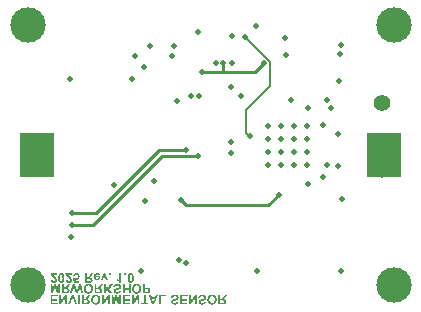
<source format=gbl>
G04*
G04 #@! TF.GenerationSoftware,Altium Limited,Altium Designer,24.5.2 (23)*
G04*
G04 Layer_Physical_Order=4*
G04 Layer_Color=16711680*
%FSLAX25Y25*%
%MOIN*%
G70*
G04*
G04 #@! TF.SameCoordinates,DA11F9B2-49B4-46D7-84E3-7535E75C2908*
G04*
G04*
G04 #@! TF.FilePolarity,Positive*
G04*
G01*
G75*
%ADD19C,0.11811*%
%ADD23C,0.01968*%
%ADD71C,0.00591*%
%ADD73C,0.01000*%
%ADD77C,0.05512*%
%ADD78R,0.11811X0.14567*%
G36*
X50115Y1463D02*
X49428D01*
X48182Y4665D01*
X48865D01*
X49132Y3937D01*
X50413D01*
X50694Y4665D01*
X51398D01*
X50115Y1463D01*
D02*
G37*
G36*
X73863Y4044D02*
X73822Y3975D01*
X73780Y3916D01*
X73742Y3857D01*
X73707Y3805D01*
X73676Y3756D01*
X73645Y3715D01*
X73617Y3677D01*
X73593Y3642D01*
X73572Y3614D01*
X73551Y3590D01*
X73534Y3569D01*
X73520Y3552D01*
X73509Y3541D01*
X73502Y3531D01*
X73495Y3524D01*
X73443Y3472D01*
X73384Y3420D01*
X73325Y3375D01*
X73270Y3336D01*
X73221Y3302D01*
X73183Y3277D01*
X73169Y3267D01*
X73159Y3264D01*
X73152Y3257D01*
X73148D01*
X73225Y3243D01*
X73298Y3225D01*
X73364Y3205D01*
X73426Y3184D01*
X73485Y3159D01*
X73537Y3135D01*
X73582Y3111D01*
X73624Y3083D01*
X73662Y3059D01*
X73693Y3035D01*
X73721Y3014D01*
X73745Y2996D01*
X73763Y2979D01*
X73773Y2969D01*
X73780Y2962D01*
X73783Y2958D01*
X73822Y2913D01*
X73853Y2864D01*
X73881Y2816D01*
X73905Y2764D01*
X73926Y2715D01*
X73943Y2667D01*
X73967Y2569D01*
X73978Y2528D01*
X73985Y2486D01*
X73988Y2452D01*
X73992Y2420D01*
X73995Y2396D01*
Y2379D01*
Y2365D01*
Y2361D01*
X73988Y2257D01*
X73974Y2164D01*
X73950Y2077D01*
X73926Y2004D01*
X73912Y1973D01*
X73898Y1942D01*
X73887Y1917D01*
X73874Y1896D01*
X73867Y1879D01*
X73860Y1869D01*
X73853Y1862D01*
Y1858D01*
X73797Y1782D01*
X73735Y1716D01*
X73676Y1664D01*
X73617Y1619D01*
X73561Y1588D01*
X73541Y1577D01*
X73520Y1567D01*
X73502Y1560D01*
X73492Y1553D01*
X73485Y1549D01*
X73482D01*
X73436Y1536D01*
X73384Y1522D01*
X73325Y1508D01*
X73266Y1501D01*
X73145Y1483D01*
X73020Y1473D01*
X72965Y1470D01*
X72909Y1466D01*
X72860D01*
X72819Y1463D01*
X71375Y1463D01*
Y4665D01*
X72021D01*
Y3330D01*
X72229D01*
X72295Y3336D01*
X72350Y3340D01*
X72395Y3347D01*
X72430Y3354D01*
X72454Y3361D01*
X72472Y3364D01*
X72475Y3368D01*
X72513Y3382D01*
X72548Y3402D01*
X72583Y3423D01*
X72611Y3447D01*
X72635Y3468D01*
X72656Y3482D01*
X72666Y3496D01*
X72670Y3500D01*
X72690Y3520D01*
X72711Y3548D01*
X72736Y3579D01*
X72763Y3614D01*
X72819Y3690D01*
X72878Y3770D01*
X72930Y3847D01*
X72954Y3878D01*
X72971Y3909D01*
X72989Y3933D01*
X73003Y3951D01*
X73010Y3965D01*
X73013Y3968D01*
X73482Y4665D01*
X74255D01*
X73863Y4044D01*
D02*
G37*
G36*
X28382Y4044D02*
X28340Y3975D01*
X28299Y3916D01*
X28260Y3857D01*
X28226Y3805D01*
X28195Y3756D01*
X28163Y3715D01*
X28136Y3677D01*
X28111Y3642D01*
X28091Y3614D01*
X28070Y3590D01*
X28052Y3569D01*
X28038Y3552D01*
X28028Y3541D01*
X28021Y3531D01*
X28014Y3524D01*
X27962Y3472D01*
X27903Y3420D01*
X27844Y3375D01*
X27789Y3336D01*
X27740Y3302D01*
X27702Y3277D01*
X27688Y3267D01*
X27678Y3263D01*
X27671Y3257D01*
X27667D01*
X27744Y3243D01*
X27816Y3225D01*
X27882Y3204D01*
X27945Y3184D01*
X28004Y3159D01*
X28056Y3135D01*
X28101Y3111D01*
X28142Y3083D01*
X28181Y3059D01*
X28212Y3035D01*
X28240Y3014D01*
X28264Y2996D01*
X28281Y2979D01*
X28292Y2969D01*
X28299Y2962D01*
X28302Y2958D01*
X28340Y2913D01*
X28372Y2864D01*
X28399Y2816D01*
X28424Y2764D01*
X28444Y2715D01*
X28462Y2667D01*
X28486Y2569D01*
X28497Y2528D01*
X28503Y2486D01*
X28507Y2452D01*
X28510Y2420D01*
X28514Y2396D01*
Y2379D01*
Y2365D01*
Y2361D01*
X28507Y2257D01*
X28493Y2164D01*
X28469Y2077D01*
X28444Y2004D01*
X28431Y1973D01*
X28417Y1942D01*
X28406Y1917D01*
X28392Y1896D01*
X28385Y1879D01*
X28378Y1869D01*
X28372Y1862D01*
Y1858D01*
X28316Y1782D01*
X28254Y1716D01*
X28195Y1664D01*
X28136Y1619D01*
X28080Y1588D01*
X28059Y1577D01*
X28038Y1567D01*
X28021Y1560D01*
X28011Y1553D01*
X28004Y1549D01*
X28000D01*
X27955Y1536D01*
X27903Y1522D01*
X27844Y1508D01*
X27785Y1501D01*
X27664Y1483D01*
X27539Y1473D01*
X27483Y1469D01*
X27428Y1466D01*
X27379D01*
X27338Y1463D01*
X25894D01*
Y4665D01*
X26539D01*
Y3330D01*
X26748D01*
X26814Y3336D01*
X26869Y3340D01*
X26914Y3347D01*
X26949Y3354D01*
X26973Y3361D01*
X26991Y3364D01*
X26994Y3368D01*
X27032Y3382D01*
X27067Y3402D01*
X27101Y3423D01*
X27129Y3447D01*
X27154Y3468D01*
X27174Y3482D01*
X27185Y3496D01*
X27188Y3500D01*
X27209Y3520D01*
X27230Y3548D01*
X27254Y3579D01*
X27282Y3614D01*
X27338Y3690D01*
X27397Y3770D01*
X27448Y3847D01*
X27473Y3878D01*
X27490Y3909D01*
X27507Y3933D01*
X27521Y3951D01*
X27528Y3965D01*
X27532Y3968D01*
X28000Y4665D01*
X28774D01*
X28382Y4044D01*
D02*
G37*
G36*
X64227Y1463D02*
X63630D01*
Y3614D01*
X62312Y1463D01*
X61687D01*
Y4665D01*
X62284D01*
Y2563D01*
X63582Y4665D01*
X64227D01*
Y1463D01*
D02*
G37*
G36*
X45094D02*
X44497D01*
Y3614D01*
X43178Y1463D01*
X42553D01*
Y4665D01*
X43150D01*
Y2563D01*
X44448Y4665D01*
X45094D01*
Y1463D01*
D02*
G37*
G36*
X35152D02*
X34555D01*
Y3614D01*
X33237Y1463D01*
X32612D01*
Y4665D01*
X33209D01*
Y2563D01*
X34506Y4665D01*
X35152D01*
Y1463D01*
D02*
G37*
G36*
X20984D02*
X20387D01*
Y3614D01*
X19069Y1463D01*
X18444D01*
Y4665D01*
X19041D01*
Y2563D01*
X20338Y4665D01*
X20984D01*
Y1463D01*
D02*
G37*
G36*
X38913D02*
X37942D01*
X37373Y3649D01*
X36797Y1463D01*
X35829D01*
Y4665D01*
X36425D01*
Y2146D01*
X37057Y4665D01*
X37681D01*
X38313Y2146D01*
X38317Y4665D01*
X38913D01*
Y1463D01*
D02*
G37*
G36*
X54008Y4124D02*
X52401D01*
Y1490D01*
X51756D01*
Y4665D01*
X54008D01*
Y4124D01*
D02*
G37*
G36*
X61132D02*
X59341D01*
Y3253D01*
X60948D01*
Y2712D01*
X59341D01*
Y2004D01*
X61069D01*
Y1463D01*
X58696D01*
Y4665D01*
X61132D01*
Y4124D01*
D02*
G37*
G36*
X47148Y2004D02*
X48092D01*
Y1463D01*
X45551D01*
Y2004D01*
X46502D01*
Y4665D01*
X47148D01*
Y2004D01*
D02*
G37*
G36*
X41998Y4124D02*
X40208D01*
Y3253D01*
X41814D01*
Y2712D01*
X40208D01*
Y2004D01*
X41936D01*
Y1463D01*
X39562D01*
Y4665D01*
X41998D01*
Y4124D01*
D02*
G37*
G36*
X25276Y1463D02*
X24631D01*
Y4665D01*
X25276D01*
Y1463D01*
D02*
G37*
G36*
X24322D02*
X23635D01*
X22851Y3833D01*
X22039Y1463D01*
X21341D01*
X22483Y4665D01*
X23177D01*
X24322Y1463D01*
D02*
G37*
G36*
X17889Y4124D02*
X16098D01*
Y3253D01*
X17705D01*
Y2712D01*
X16098D01*
Y2004D01*
X17826D01*
Y1463D01*
X15453D01*
Y4665D01*
X17889D01*
Y4124D01*
D02*
G37*
G36*
X69446Y4721D02*
X69571Y4707D01*
X69685Y4683D01*
X69793Y4655D01*
X69894Y4624D01*
X69987Y4586D01*
X70070Y4547D01*
X70147Y4506D01*
X70216Y4464D01*
X70275Y4426D01*
X70327Y4388D01*
X70369Y4357D01*
X70404Y4329D01*
X70424Y4304D01*
X70442Y4291D01*
X70445Y4287D01*
X70522Y4200D01*
X70584Y4110D01*
X70643Y4013D01*
X70692Y3912D01*
X70730Y3812D01*
X70764Y3711D01*
X70792Y3610D01*
X70817Y3517D01*
X70834Y3427D01*
X70848Y3340D01*
X70855Y3267D01*
X70862Y3201D01*
X70865Y3146D01*
X70869Y3125D01*
Y3107D01*
Y3094D01*
Y3083D01*
Y3076D01*
Y3073D01*
X70865Y2930D01*
X70851Y2795D01*
X70831Y2670D01*
X70803Y2552D01*
X70771Y2445D01*
X70733Y2344D01*
X70695Y2250D01*
X70657Y2170D01*
X70615Y2094D01*
X70577Y2032D01*
X70542Y1976D01*
X70508Y1931D01*
X70480Y1896D01*
X70459Y1872D01*
X70445Y1855D01*
X70442Y1851D01*
X70359Y1775D01*
X70272Y1705D01*
X70182Y1647D01*
X70088Y1598D01*
X69991Y1553D01*
X69897Y1518D01*
X69807Y1490D01*
X69717Y1466D01*
X69633Y1449D01*
X69557Y1435D01*
X69488Y1424D01*
X69429Y1417D01*
X69380Y1414D01*
X69342Y1411D01*
X69311D01*
X69168Y1417D01*
X69037Y1431D01*
X68977Y1442D01*
X68919Y1452D01*
X68866Y1463D01*
X68818Y1473D01*
X68773Y1487D01*
X68735Y1497D01*
X68700Y1508D01*
X68672Y1518D01*
X68651Y1529D01*
X68634Y1532D01*
X68624Y1539D01*
X68620D01*
X68537Y1577D01*
X68461Y1622D01*
X68388Y1671D01*
X68329Y1719D01*
X68277Y1761D01*
X68256Y1778D01*
X68238Y1796D01*
X68225Y1810D01*
X68214Y1820D01*
X68207Y1823D01*
X68204Y1827D01*
X68138Y1903D01*
X68079Y1976D01*
X68027Y2052D01*
X67985Y2118D01*
X67954Y2181D01*
X67940Y2205D01*
X67930Y2226D01*
X67919Y2243D01*
X67912Y2257D01*
X67909Y2264D01*
Y2268D01*
X67884Y2330D01*
X67860Y2400D01*
X67825Y2535D01*
X67798Y2674D01*
X67791Y2740D01*
X67780Y2802D01*
X67777Y2864D01*
X67770Y2916D01*
X67766Y2965D01*
Y3007D01*
X67763Y3042D01*
Y3069D01*
Y3083D01*
Y3090D01*
X67766Y3229D01*
X67780Y3361D01*
X67801Y3486D01*
X67829Y3600D01*
X67860Y3708D01*
X67895Y3805D01*
X67933Y3895D01*
X67975Y3975D01*
X68013Y4048D01*
X68051Y4110D01*
X68086Y4166D01*
X68117Y4211D01*
X68145Y4246D01*
X68165Y4270D01*
X68179Y4284D01*
X68183Y4291D01*
X68266Y4367D01*
X68353Y4433D01*
X68443Y4492D01*
X68537Y4541D01*
X68630Y4582D01*
X68728Y4617D01*
X68818Y4648D01*
X68908Y4669D01*
X68991Y4690D01*
X69068Y4700D01*
X69141Y4710D01*
X69200Y4718D01*
X69248Y4721D01*
X69286Y4724D01*
X69318D01*
X69446Y4721D01*
D02*
G37*
G36*
X66212D02*
X66285Y4714D01*
X66347Y4707D01*
X66410Y4697D01*
X66469Y4690D01*
X66521Y4679D01*
X66569Y4665D01*
X66611Y4655D01*
X66649Y4645D01*
X66684Y4638D01*
X66712Y4627D01*
X66732Y4620D01*
X66746Y4613D01*
X66757Y4610D01*
X66760D01*
X66861Y4561D01*
X66948Y4506D01*
X67020Y4443D01*
X67083Y4388D01*
X67131Y4336D01*
X67149Y4312D01*
X67166Y4291D01*
X67177Y4277D01*
X67187Y4263D01*
X67194Y4256D01*
Y4253D01*
X67222Y4207D01*
X67246Y4159D01*
X67284Y4069D01*
X67312Y3982D01*
X67329Y3902D01*
X67336Y3867D01*
X67343Y3836D01*
X67347Y3805D01*
Y3781D01*
X67350Y3763D01*
Y3746D01*
Y3739D01*
Y3735D01*
X67343Y3628D01*
X67329Y3527D01*
X67308Y3441D01*
X67298Y3402D01*
X67288Y3368D01*
X67274Y3336D01*
X67263Y3309D01*
X67253Y3284D01*
X67242Y3263D01*
X67232Y3246D01*
X67229Y3236D01*
X67222Y3229D01*
Y3225D01*
X67170Y3153D01*
X67111Y3087D01*
X67052Y3031D01*
X66996Y2983D01*
X66944Y2948D01*
X66902Y2920D01*
X66885Y2913D01*
X66875Y2906D01*
X66868Y2899D01*
X66864D01*
X66819Y2878D01*
X66771Y2854D01*
X66715Y2833D01*
X66659Y2812D01*
X66545Y2774D01*
X66430Y2740D01*
X66378Y2726D01*
X66326Y2712D01*
X66285Y2698D01*
X66243Y2688D01*
X66212Y2681D01*
X66188Y2674D01*
X66174Y2670D01*
X66167D01*
X66084Y2649D01*
X66007Y2629D01*
X65938Y2608D01*
X65875Y2587D01*
X65820Y2569D01*
X65771Y2552D01*
X65730Y2535D01*
X65695Y2521D01*
X65664Y2507D01*
X65636Y2493D01*
X65615Y2483D01*
X65601Y2472D01*
X65587Y2465D01*
X65580Y2458D01*
X65573Y2455D01*
X65542Y2424D01*
X65518Y2393D01*
X65504Y2358D01*
X65490Y2327D01*
X65483Y2302D01*
X65480Y2278D01*
Y2264D01*
Y2261D01*
X65483Y2216D01*
X65497Y2177D01*
X65511Y2143D01*
X65532Y2115D01*
X65549Y2094D01*
X65566Y2077D01*
X65577Y2066D01*
X65580Y2063D01*
X65646Y2025D01*
X65716Y1994D01*
X65792Y1973D01*
X65861Y1959D01*
X65927Y1952D01*
X65955Y1948D01*
X65979Y1945D01*
X66025D01*
X66122Y1948D01*
X66205Y1962D01*
X66274Y1980D01*
X66333Y2001D01*
X66378Y2021D01*
X66410Y2039D01*
X66427Y2052D01*
X66434Y2056D01*
X66483Y2101D01*
X66521Y2157D01*
X66552Y2216D01*
X66576Y2271D01*
X66594Y2323D01*
X66601Y2348D01*
X66607Y2368D01*
X66611Y2382D01*
Y2396D01*
X66614Y2403D01*
Y2406D01*
X67260Y2382D01*
X67253Y2302D01*
X67242Y2226D01*
X67225Y2153D01*
X67201Y2087D01*
X67177Y2025D01*
X67149Y1966D01*
X67121Y1914D01*
X67093Y1865D01*
X67062Y1823D01*
X67034Y1785D01*
X67010Y1751D01*
X66986Y1726D01*
X66965Y1705D01*
X66951Y1688D01*
X66941Y1681D01*
X66937Y1678D01*
X66878Y1629D01*
X66812Y1591D01*
X66739Y1553D01*
X66667Y1522D01*
X66594Y1497D01*
X66517Y1476D01*
X66441Y1459D01*
X66372Y1445D01*
X66302Y1431D01*
X66236Y1424D01*
X66181Y1417D01*
X66129Y1414D01*
X66090Y1411D01*
X66031D01*
X65896Y1414D01*
X65837Y1421D01*
X65775Y1428D01*
X65719Y1438D01*
X65667Y1445D01*
X65622Y1456D01*
X65577Y1466D01*
X65535Y1480D01*
X65500Y1490D01*
X65473Y1497D01*
X65445Y1508D01*
X65428Y1515D01*
X65410Y1522D01*
X65403Y1525D01*
X65400D01*
X65310Y1570D01*
X65226Y1622D01*
X65161Y1674D01*
X65101Y1726D01*
X65060Y1775D01*
X65025Y1813D01*
X65015Y1827D01*
X65008Y1837D01*
X65001Y1844D01*
Y1848D01*
X64956Y1928D01*
X64921Y2007D01*
X64897Y2087D01*
X64879Y2157D01*
X64869Y2216D01*
X64865Y2243D01*
Y2264D01*
X64862Y2282D01*
Y2295D01*
Y2302D01*
Y2306D01*
X64865Y2375D01*
X64876Y2441D01*
X64890Y2507D01*
X64907Y2566D01*
X64931Y2622D01*
X64956Y2677D01*
X64983Y2726D01*
X65011Y2771D01*
X65036Y2812D01*
X65063Y2847D01*
X65088Y2878D01*
X65112Y2903D01*
X65129Y2923D01*
X65143Y2937D01*
X65153Y2948D01*
X65157Y2951D01*
X65199Y2986D01*
X65247Y3017D01*
X65303Y3048D01*
X65358Y3080D01*
X65480Y3132D01*
X65601Y3180D01*
X65657Y3198D01*
X65709Y3215D01*
X65757Y3232D01*
X65802Y3243D01*
X65837Y3253D01*
X65861Y3260D01*
X65879Y3267D01*
X65886D01*
X65959Y3284D01*
X66025Y3302D01*
X66084Y3316D01*
X66136Y3330D01*
X66184Y3343D01*
X66226Y3354D01*
X66264Y3364D01*
X66295Y3375D01*
X66323Y3382D01*
X66344Y3388D01*
X66365Y3395D01*
X66378Y3399D01*
X66389Y3402D01*
X66396D01*
X66403Y3406D01*
X66462Y3430D01*
X66510Y3451D01*
X66549Y3475D01*
X66583Y3496D01*
X66604Y3517D01*
X66621Y3531D01*
X66632Y3541D01*
X66635Y3545D01*
X66659Y3576D01*
X66677Y3607D01*
X66687Y3642D01*
X66698Y3673D01*
X66701Y3697D01*
X66705Y3718D01*
Y3735D01*
Y3739D01*
Y3770D01*
X66698Y3801D01*
X66680Y3860D01*
X66653Y3916D01*
X66625Y3961D01*
X66597Y3996D01*
X66569Y4024D01*
X66552Y4041D01*
X66549Y4048D01*
X66545D01*
X66514Y4072D01*
X66479Y4093D01*
X66403Y4124D01*
X66323Y4148D01*
X66247Y4162D01*
X66177Y4173D01*
X66149Y4176D01*
X66122D01*
X66101Y4180D01*
X66070D01*
X65965Y4173D01*
X65872Y4155D01*
X65792Y4135D01*
X65723Y4107D01*
X65695Y4093D01*
X65671Y4079D01*
X65646Y4069D01*
X65629Y4058D01*
X65615Y4048D01*
X65605Y4041D01*
X65601Y4034D01*
X65598D01*
X65566Y4003D01*
X65539Y3971D01*
X65490Y3899D01*
X65448Y3819D01*
X65417Y3742D01*
X65396Y3673D01*
X65386Y3645D01*
X65379Y3618D01*
X65376Y3597D01*
X65372Y3579D01*
X65369Y3569D01*
Y3565D01*
X64741Y3628D01*
X64754Y3725D01*
X64775Y3819D01*
X64800Y3902D01*
X64827Y3982D01*
X64859Y4055D01*
X64890Y4124D01*
X64925Y4183D01*
X64959Y4239D01*
X64990Y4287D01*
X65022Y4329D01*
X65053Y4363D01*
X65077Y4395D01*
X65098Y4416D01*
X65115Y4433D01*
X65126Y4443D01*
X65129Y4447D01*
X65195Y4495D01*
X65265Y4537D01*
X65338Y4575D01*
X65414Y4606D01*
X65490Y4634D01*
X65566Y4655D01*
X65643Y4676D01*
X65719Y4690D01*
X65789Y4700D01*
X65855Y4710D01*
X65913Y4718D01*
X65962Y4721D01*
X66004D01*
X66035Y4724D01*
X66139D01*
X66212Y4721D01*
D02*
G37*
G36*
X57013D02*
X57086Y4714D01*
X57148Y4707D01*
X57211Y4697D01*
X57270Y4690D01*
X57322Y4679D01*
X57370Y4665D01*
X57412Y4655D01*
X57450Y4645D01*
X57485Y4638D01*
X57513Y4627D01*
X57533Y4620D01*
X57547Y4613D01*
X57558Y4610D01*
X57561D01*
X57662Y4561D01*
X57749Y4506D01*
X57821Y4443D01*
X57884Y4388D01*
X57933Y4336D01*
X57950Y4312D01*
X57967Y4291D01*
X57978Y4277D01*
X57988Y4263D01*
X57995Y4256D01*
Y4253D01*
X58023Y4207D01*
X58047Y4159D01*
X58085Y4069D01*
X58113Y3982D01*
X58130Y3902D01*
X58137Y3867D01*
X58144Y3836D01*
X58148Y3805D01*
Y3781D01*
X58151Y3763D01*
Y3746D01*
Y3739D01*
Y3735D01*
X58144Y3628D01*
X58130Y3527D01*
X58109Y3441D01*
X58099Y3402D01*
X58089Y3368D01*
X58075Y3336D01*
X58064Y3309D01*
X58054Y3284D01*
X58043Y3263D01*
X58033Y3246D01*
X58030Y3236D01*
X58023Y3229D01*
Y3225D01*
X57971Y3153D01*
X57912Y3087D01*
X57853Y3031D01*
X57797Y2983D01*
X57745Y2948D01*
X57703Y2920D01*
X57686Y2913D01*
X57676Y2906D01*
X57669Y2899D01*
X57665D01*
X57620Y2878D01*
X57572Y2854D01*
X57516Y2833D01*
X57461Y2812D01*
X57346Y2774D01*
X57231Y2740D01*
X57179Y2726D01*
X57127Y2712D01*
X57086Y2698D01*
X57044Y2688D01*
X57013Y2681D01*
X56989Y2674D01*
X56975Y2670D01*
X56968D01*
X56884Y2649D01*
X56808Y2629D01*
X56739Y2608D01*
X56676Y2587D01*
X56621Y2569D01*
X56572Y2552D01*
X56531Y2535D01*
X56496Y2521D01*
X56465Y2507D01*
X56437Y2493D01*
X56416Y2483D01*
X56402Y2472D01*
X56388Y2465D01*
X56381Y2458D01*
X56374Y2455D01*
X56343Y2424D01*
X56319Y2393D01*
X56305Y2358D01*
X56291Y2327D01*
X56284Y2302D01*
X56281Y2278D01*
Y2264D01*
Y2261D01*
X56284Y2216D01*
X56298Y2177D01*
X56312Y2143D01*
X56333Y2115D01*
X56350Y2094D01*
X56367Y2077D01*
X56378Y2066D01*
X56381Y2063D01*
X56447Y2025D01*
X56517Y1994D01*
X56593Y1973D01*
X56662Y1959D01*
X56728Y1952D01*
X56756Y1948D01*
X56780Y1945D01*
X56826D01*
X56923Y1948D01*
X57006Y1962D01*
X57075Y1980D01*
X57134Y2001D01*
X57179Y2021D01*
X57211Y2039D01*
X57228Y2052D01*
X57235Y2056D01*
X57284Y2101D01*
X57322Y2157D01*
X57353Y2216D01*
X57377Y2271D01*
X57395Y2323D01*
X57402Y2348D01*
X57408Y2368D01*
X57412Y2382D01*
Y2396D01*
X57415Y2403D01*
Y2406D01*
X58061Y2382D01*
X58054Y2302D01*
X58043Y2226D01*
X58026Y2153D01*
X58002Y2087D01*
X57978Y2025D01*
X57950Y1966D01*
X57922Y1914D01*
X57894Y1865D01*
X57863Y1823D01*
X57835Y1785D01*
X57811Y1751D01*
X57787Y1726D01*
X57766Y1705D01*
X57752Y1688D01*
X57742Y1681D01*
X57738Y1678D01*
X57679Y1629D01*
X57613Y1591D01*
X57540Y1553D01*
X57468Y1522D01*
X57395Y1497D01*
X57318Y1476D01*
X57242Y1459D01*
X57173Y1445D01*
X57103Y1431D01*
X57037Y1424D01*
X56982Y1417D01*
X56930Y1414D01*
X56892Y1411D01*
X56832D01*
X56697Y1414D01*
X56638Y1421D01*
X56576Y1428D01*
X56520Y1438D01*
X56468Y1445D01*
X56423Y1456D01*
X56378Y1466D01*
X56336Y1480D01*
X56302Y1490D01*
X56274Y1497D01*
X56246Y1508D01*
X56229Y1515D01*
X56211Y1522D01*
X56204Y1525D01*
X56201D01*
X56111Y1570D01*
X56027Y1622D01*
X55962Y1674D01*
X55902Y1726D01*
X55861Y1775D01*
X55826Y1813D01*
X55816Y1827D01*
X55809Y1837D01*
X55802Y1844D01*
Y1848D01*
X55757Y1928D01*
X55722Y2007D01*
X55698Y2087D01*
X55680Y2157D01*
X55670Y2216D01*
X55667Y2243D01*
Y2264D01*
X55663Y2282D01*
Y2295D01*
Y2302D01*
Y2306D01*
X55667Y2375D01*
X55677Y2441D01*
X55691Y2507D01*
X55708Y2566D01*
X55733Y2622D01*
X55757Y2677D01*
X55784Y2726D01*
X55812Y2771D01*
X55837Y2812D01*
X55864Y2847D01*
X55889Y2878D01*
X55913Y2903D01*
X55930Y2923D01*
X55944Y2937D01*
X55955Y2948D01*
X55958Y2951D01*
X56000Y2986D01*
X56048Y3017D01*
X56104Y3048D01*
X56159Y3080D01*
X56281Y3132D01*
X56402Y3180D01*
X56458Y3198D01*
X56510Y3215D01*
X56558Y3232D01*
X56603Y3243D01*
X56638Y3253D01*
X56662Y3260D01*
X56680Y3267D01*
X56687D01*
X56760Y3284D01*
X56826Y3302D01*
X56884Y3316D01*
X56937Y3330D01*
X56985Y3343D01*
X57027Y3354D01*
X57065Y3364D01*
X57096Y3375D01*
X57124Y3382D01*
X57145Y3388D01*
X57166Y3395D01*
X57179Y3399D01*
X57190Y3402D01*
X57197D01*
X57204Y3406D01*
X57263Y3430D01*
X57311Y3451D01*
X57349Y3475D01*
X57384Y3496D01*
X57405Y3517D01*
X57422Y3531D01*
X57433Y3541D01*
X57436Y3545D01*
X57461Y3576D01*
X57478Y3607D01*
X57488Y3642D01*
X57499Y3673D01*
X57502Y3697D01*
X57506Y3718D01*
Y3735D01*
Y3739D01*
Y3770D01*
X57499Y3801D01*
X57481Y3860D01*
X57454Y3916D01*
X57426Y3961D01*
X57398Y3996D01*
X57370Y4024D01*
X57353Y4041D01*
X57349Y4048D01*
X57346D01*
X57315Y4072D01*
X57280Y4093D01*
X57204Y4124D01*
X57124Y4148D01*
X57048Y4162D01*
X56978Y4173D01*
X56950Y4176D01*
X56923D01*
X56902Y4180D01*
X56871D01*
X56766Y4173D01*
X56673Y4155D01*
X56593Y4135D01*
X56524Y4107D01*
X56496Y4093D01*
X56472Y4079D01*
X56447Y4069D01*
X56430Y4058D01*
X56416Y4048D01*
X56406Y4041D01*
X56402Y4034D01*
X56399D01*
X56367Y4003D01*
X56340Y3971D01*
X56291Y3899D01*
X56249Y3819D01*
X56218Y3742D01*
X56198Y3673D01*
X56187Y3645D01*
X56180Y3618D01*
X56177Y3597D01*
X56173Y3579D01*
X56170Y3569D01*
Y3565D01*
X55542Y3628D01*
X55555Y3725D01*
X55576Y3819D01*
X55601Y3902D01*
X55628Y3982D01*
X55660Y4055D01*
X55691Y4124D01*
X55726Y4183D01*
X55760Y4239D01*
X55791Y4287D01*
X55823Y4329D01*
X55854Y4363D01*
X55878Y4395D01*
X55899Y4416D01*
X55916Y4433D01*
X55927Y4443D01*
X55930Y4447D01*
X55996Y4495D01*
X56066Y4537D01*
X56138Y4575D01*
X56215Y4606D01*
X56291Y4634D01*
X56367Y4655D01*
X56444Y4676D01*
X56520Y4690D01*
X56590Y4700D01*
X56656Y4710D01*
X56714Y4718D01*
X56763Y4721D01*
X56805D01*
X56836Y4724D01*
X56940D01*
X57013Y4721D01*
D02*
G37*
G36*
X30676D02*
X30801Y4707D01*
X30915Y4683D01*
X31023Y4655D01*
X31123Y4624D01*
X31217Y4586D01*
X31300Y4547D01*
X31377Y4506D01*
X31446Y4464D01*
X31505Y4426D01*
X31557Y4388D01*
X31599Y4357D01*
X31633Y4329D01*
X31654Y4304D01*
X31672Y4291D01*
X31675Y4287D01*
X31751Y4200D01*
X31814Y4110D01*
X31873Y4013D01*
X31921Y3912D01*
X31960Y3812D01*
X31994Y3711D01*
X32022Y3610D01*
X32046Y3517D01*
X32064Y3427D01*
X32078Y3340D01*
X32084Y3267D01*
X32091Y3201D01*
X32095Y3146D01*
X32098Y3125D01*
Y3107D01*
Y3094D01*
Y3083D01*
Y3076D01*
Y3073D01*
X32095Y2930D01*
X32081Y2795D01*
X32060Y2670D01*
X32032Y2552D01*
X32001Y2445D01*
X31963Y2344D01*
X31925Y2250D01*
X31887Y2170D01*
X31845Y2094D01*
X31807Y2032D01*
X31772Y1976D01*
X31737Y1931D01*
X31710Y1896D01*
X31689Y1872D01*
X31675Y1855D01*
X31672Y1851D01*
X31588Y1775D01*
X31501Y1705D01*
X31411Y1647D01*
X31318Y1598D01*
X31220Y1553D01*
X31127Y1518D01*
X31036Y1490D01*
X30946Y1466D01*
X30863Y1449D01*
X30787Y1435D01*
X30717Y1424D01*
X30658Y1417D01*
X30610Y1414D01*
X30571Y1411D01*
X30540D01*
X30398Y1417D01*
X30266Y1431D01*
X30207Y1442D01*
X30148Y1452D01*
X30096Y1463D01*
X30048Y1473D01*
X30002Y1487D01*
X29964Y1497D01*
X29930Y1508D01*
X29902Y1518D01*
X29881Y1529D01*
X29864Y1532D01*
X29853Y1539D01*
X29850D01*
X29766Y1577D01*
X29690Y1622D01*
X29617Y1671D01*
X29558Y1719D01*
X29506Y1761D01*
X29485Y1778D01*
X29468Y1796D01*
X29454Y1810D01*
X29444Y1820D01*
X29437Y1823D01*
X29433Y1827D01*
X29367Y1903D01*
X29308Y1976D01*
X29256Y2052D01*
X29215Y2118D01*
X29184Y2181D01*
X29170Y2205D01*
X29159Y2226D01*
X29149Y2243D01*
X29142Y2257D01*
X29138Y2264D01*
Y2268D01*
X29114Y2330D01*
X29090Y2400D01*
X29055Y2535D01*
X29027Y2674D01*
X29020Y2740D01*
X29010Y2802D01*
X29006Y2864D01*
X29000Y2916D01*
X28996Y2965D01*
Y3007D01*
X28993Y3042D01*
Y3069D01*
Y3083D01*
Y3090D01*
X28996Y3229D01*
X29010Y3361D01*
X29031Y3486D01*
X29059Y3600D01*
X29090Y3708D01*
X29125Y3805D01*
X29163Y3895D01*
X29204Y3975D01*
X29243Y4048D01*
X29281Y4110D01*
X29315Y4166D01*
X29347Y4211D01*
X29374Y4246D01*
X29395Y4270D01*
X29409Y4284D01*
X29412Y4291D01*
X29496Y4367D01*
X29583Y4433D01*
X29673Y4492D01*
X29766Y4541D01*
X29860Y4582D01*
X29957Y4617D01*
X30048Y4648D01*
X30138Y4669D01*
X30221Y4690D01*
X30297Y4700D01*
X30370Y4710D01*
X30429Y4718D01*
X30478Y4721D01*
X30516Y4724D01*
X30547D01*
X30676Y4721D01*
D02*
G37*
G36*
X32608Y7686D02*
X32567Y7617D01*
X32525Y7558D01*
X32487Y7499D01*
X32452Y7447D01*
X32421Y7398D01*
X32390Y7356D01*
X32362Y7318D01*
X32338Y7283D01*
X32317Y7256D01*
X32296Y7231D01*
X32279Y7211D01*
X32265Y7193D01*
X32254Y7183D01*
X32247Y7173D01*
X32241Y7165D01*
X32188Y7113D01*
X32130Y7061D01*
X32071Y7016D01*
X32015Y6978D01*
X31967Y6943D01*
X31928Y6919D01*
X31914Y6909D01*
X31904Y6905D01*
X31897Y6898D01*
X31894D01*
X31970Y6884D01*
X32043Y6867D01*
X32109Y6846D01*
X32171Y6825D01*
X32230Y6801D01*
X32282Y6777D01*
X32327Y6753D01*
X32369Y6725D01*
X32407Y6701D01*
X32438Y6676D01*
X32466Y6655D01*
X32490Y6638D01*
X32508Y6621D01*
X32518Y6610D01*
X32525Y6603D01*
X32529Y6600D01*
X32567Y6555D01*
X32598Y6506D01*
X32626Y6458D01*
X32650Y6406D01*
X32671Y6357D01*
X32688Y6308D01*
X32713Y6211D01*
X32723Y6170D01*
X32730Y6128D01*
X32733Y6093D01*
X32737Y6062D01*
X32740Y6038D01*
Y6020D01*
Y6007D01*
Y6003D01*
X32733Y5899D01*
X32719Y5805D01*
X32695Y5719D01*
X32671Y5646D01*
X32657Y5614D01*
X32643Y5583D01*
X32633Y5559D01*
X32619Y5538D01*
X32612Y5521D01*
X32605Y5510D01*
X32598Y5503D01*
Y5500D01*
X32542Y5424D01*
X32480Y5358D01*
X32421Y5306D01*
X32362Y5260D01*
X32307Y5229D01*
X32286Y5219D01*
X32265Y5208D01*
X32247Y5201D01*
X32237Y5195D01*
X32230Y5191D01*
X32227D01*
X32182Y5177D01*
X32130Y5163D01*
X32071Y5150D01*
X32012Y5142D01*
X31890Y5125D01*
X31765Y5115D01*
X31710Y5111D01*
X31654Y5108D01*
X31606D01*
X31564Y5104D01*
X30120D01*
Y8307D01*
X30766D01*
Y6971D01*
X30974D01*
X31040Y6978D01*
X31095Y6982D01*
X31141Y6989D01*
X31175Y6995D01*
X31200Y7002D01*
X31217Y7006D01*
X31220Y7009D01*
X31259Y7023D01*
X31293Y7044D01*
X31328Y7065D01*
X31356Y7089D01*
X31380Y7110D01*
X31401Y7124D01*
X31411Y7138D01*
X31415Y7141D01*
X31436Y7162D01*
X31456Y7190D01*
X31481Y7221D01*
X31508Y7256D01*
X31564Y7332D01*
X31623Y7412D01*
X31675Y7488D01*
X31699Y7519D01*
X31717Y7551D01*
X31734Y7575D01*
X31748Y7592D01*
X31755Y7606D01*
X31758Y7610D01*
X32227Y8307D01*
X33000D01*
X32608Y7686D01*
D02*
G37*
G36*
X21674D02*
X21633Y7617D01*
X21591Y7558D01*
X21553Y7499D01*
X21518Y7447D01*
X21487Y7398D01*
X21456Y7356D01*
X21428Y7318D01*
X21404Y7283D01*
X21383Y7256D01*
X21362Y7231D01*
X21345Y7211D01*
X21331Y7193D01*
X21320Y7183D01*
X21314Y7173D01*
X21307Y7165D01*
X21255Y7113D01*
X21196Y7061D01*
X21137Y7016D01*
X21081Y6978D01*
X21033Y6943D01*
X20994Y6919D01*
X20980Y6909D01*
X20970Y6905D01*
X20963Y6898D01*
X20960D01*
X21036Y6884D01*
X21109Y6867D01*
X21175Y6846D01*
X21237Y6825D01*
X21296Y6801D01*
X21348Y6777D01*
X21393Y6753D01*
X21435Y6725D01*
X21473Y6701D01*
X21504Y6676D01*
X21532Y6655D01*
X21556Y6638D01*
X21574Y6621D01*
X21584Y6610D01*
X21591Y6603D01*
X21595Y6600D01*
X21633Y6555D01*
X21664Y6506D01*
X21692Y6458D01*
X21716Y6406D01*
X21737Y6357D01*
X21754Y6308D01*
X21779Y6211D01*
X21789Y6170D01*
X21796Y6128D01*
X21799Y6093D01*
X21803Y6062D01*
X21806Y6038D01*
Y6020D01*
Y6007D01*
Y6003D01*
X21799Y5899D01*
X21786Y5805D01*
X21761Y5719D01*
X21737Y5646D01*
X21723Y5614D01*
X21709Y5583D01*
X21699Y5559D01*
X21685Y5538D01*
X21678Y5521D01*
X21671Y5510D01*
X21664Y5503D01*
Y5500D01*
X21609Y5424D01*
X21546Y5358D01*
X21487Y5306D01*
X21428Y5260D01*
X21373Y5229D01*
X21352Y5219D01*
X21331Y5208D01*
X21314Y5201D01*
X21303Y5195D01*
X21296Y5191D01*
X21293D01*
X21248Y5177D01*
X21196Y5163D01*
X21137Y5150D01*
X21078Y5142D01*
X20956Y5125D01*
X20831Y5115D01*
X20776Y5111D01*
X20720Y5108D01*
X20672D01*
X20630Y5104D01*
X19186D01*
Y8307D01*
X19832D01*
Y6971D01*
X20040D01*
X20106Y6978D01*
X20162Y6982D01*
X20207Y6989D01*
X20241Y6995D01*
X20266Y7002D01*
X20283Y7006D01*
X20286Y7009D01*
X20325Y7023D01*
X20359Y7044D01*
X20394Y7065D01*
X20422Y7089D01*
X20446Y7110D01*
X20467Y7124D01*
X20477Y7138D01*
X20481Y7141D01*
X20502Y7162D01*
X20522Y7190D01*
X20547Y7221D01*
X20574Y7256D01*
X20630Y7332D01*
X20689Y7412D01*
X20741Y7488D01*
X20765Y7519D01*
X20783Y7551D01*
X20800Y7575D01*
X20814Y7592D01*
X20821Y7606D01*
X20824Y7610D01*
X21293Y8307D01*
X22067D01*
X21674Y7686D01*
D02*
G37*
G36*
X42127Y5104D02*
X41481D01*
Y6364D01*
X40211D01*
Y5104D01*
X39566D01*
Y8307D01*
X40211D01*
Y6905D01*
X41481D01*
Y8307D01*
X42127D01*
Y5104D01*
D02*
G37*
G36*
X34971Y6350D02*
X36182Y5104D01*
X35311D01*
X34003Y6527D01*
Y5104D01*
X33358D01*
Y8307D01*
X34003D01*
Y7343D01*
X34524Y6805D01*
X35409Y8307D01*
X36245D01*
X34971Y6350D01*
D02*
G37*
G36*
X26300Y5104D02*
X25648D01*
X25162Y7343D01*
X24607Y5104D01*
X23833D01*
X23246Y7308D01*
X22768Y5104D01*
X22105D01*
X22861Y8307D01*
X23566D01*
X24204Y5913D01*
X24836Y8307D01*
X25533D01*
X26300Y5104D01*
D02*
G37*
G36*
X18538D02*
X17566D01*
X16997Y7290D01*
X16421Y5104D01*
X15453D01*
Y8307D01*
X16050D01*
Y5788D01*
X16681Y8307D01*
X17306D01*
X17937Y5788D01*
X17941Y8307D01*
X18538D01*
Y5104D01*
D02*
G37*
G36*
X46922Y7100D02*
X47422D01*
X47498Y7096D01*
X47568D01*
X47633Y7093D01*
X47692Y7089D01*
X47748Y7086D01*
X47800Y7082D01*
X47845Y7075D01*
X47883Y7072D01*
X47918Y7068D01*
X47949Y7065D01*
X47974Y7061D01*
X47991Y7058D01*
X48005D01*
X48012Y7055D01*
X48015D01*
X48078Y7037D01*
X48140Y7016D01*
X48196Y6992D01*
X48244Y6968D01*
X48289Y6943D01*
X48321Y6923D01*
X48341Y6909D01*
X48345Y6905D01*
X48348D01*
X48407Y6857D01*
X48463Y6805D01*
X48508Y6753D01*
X48550Y6704D01*
X48581Y6659D01*
X48602Y6621D01*
X48612Y6607D01*
X48619Y6596D01*
X48623Y6593D01*
Y6589D01*
X48657Y6510D01*
X48685Y6426D01*
X48702Y6343D01*
X48716Y6267D01*
X48720Y6229D01*
X48723Y6197D01*
X48727Y6166D01*
X48730Y6142D01*
Y6121D01*
Y6107D01*
Y6097D01*
Y6093D01*
X48727Y6024D01*
X48723Y5954D01*
X48713Y5892D01*
X48702Y5833D01*
X48688Y5777D01*
X48671Y5725D01*
X48654Y5680D01*
X48636Y5635D01*
X48619Y5597D01*
X48602Y5566D01*
X48588Y5535D01*
X48570Y5510D01*
X48560Y5493D01*
X48550Y5479D01*
X48546Y5472D01*
X48543Y5469D01*
X48508Y5424D01*
X48470Y5385D01*
X48432Y5351D01*
X48390Y5316D01*
X48314Y5260D01*
X48241Y5219D01*
X48178Y5188D01*
X48151Y5177D01*
X48126Y5167D01*
X48109Y5160D01*
X48095Y5156D01*
X48085Y5153D01*
X48081D01*
X48043Y5146D01*
X47998Y5136D01*
X47946Y5129D01*
X47887Y5125D01*
X47824Y5122D01*
X47762Y5115D01*
X47630Y5111D01*
X47568Y5108D01*
X47512D01*
X47456Y5104D01*
X46277D01*
Y8307D01*
X46922D01*
Y7100D01*
D02*
G37*
G36*
X44347Y8363D02*
X44472Y8349D01*
X44587Y8325D01*
X44694Y8297D01*
X44795Y8265D01*
X44889Y8227D01*
X44972Y8189D01*
X45048Y8147D01*
X45118Y8106D01*
X45177Y8068D01*
X45229Y8030D01*
X45270Y7998D01*
X45305Y7971D01*
X45326Y7946D01*
X45343Y7932D01*
X45347Y7929D01*
X45423Y7842D01*
X45486Y7752D01*
X45545Y7655D01*
X45593Y7554D01*
X45631Y7453D01*
X45666Y7353D01*
X45694Y7252D01*
X45718Y7159D01*
X45735Y7068D01*
X45749Y6982D01*
X45756Y6909D01*
X45763Y6843D01*
X45767Y6787D01*
X45770Y6767D01*
Y6749D01*
Y6735D01*
Y6725D01*
Y6718D01*
Y6714D01*
X45767Y6572D01*
X45753Y6437D01*
X45732Y6312D01*
X45704Y6194D01*
X45673Y6086D01*
X45635Y5986D01*
X45597Y5892D01*
X45559Y5812D01*
X45517Y5736D01*
X45479Y5673D01*
X45444Y5618D01*
X45409Y5573D01*
X45382Y5538D01*
X45361Y5514D01*
X45347Y5497D01*
X45343Y5493D01*
X45260Y5417D01*
X45173Y5347D01*
X45083Y5288D01*
X44989Y5240D01*
X44892Y5195D01*
X44798Y5160D01*
X44708Y5132D01*
X44618Y5108D01*
X44535Y5091D01*
X44458Y5077D01*
X44389Y5066D01*
X44330Y5059D01*
X44282Y5056D01*
X44243Y5052D01*
X44212D01*
X44070Y5059D01*
X43938Y5073D01*
X43879Y5083D01*
X43820Y5094D01*
X43768Y5104D01*
X43719Y5115D01*
X43674Y5129D01*
X43636Y5139D01*
X43601Y5150D01*
X43574Y5160D01*
X43553Y5170D01*
X43535Y5174D01*
X43525Y5181D01*
X43522D01*
X43438Y5219D01*
X43362Y5264D01*
X43289Y5313D01*
X43230Y5361D01*
X43178Y5403D01*
X43157Y5420D01*
X43140Y5438D01*
X43126Y5451D01*
X43116Y5462D01*
X43109Y5465D01*
X43105Y5469D01*
X43039Y5545D01*
X42980Y5618D01*
X42928Y5694D01*
X42887Y5760D01*
X42855Y5823D01*
X42841Y5847D01*
X42831Y5868D01*
X42821Y5885D01*
X42814Y5899D01*
X42810Y5906D01*
Y5909D01*
X42786Y5972D01*
X42762Y6041D01*
X42727Y6177D01*
X42699Y6315D01*
X42692Y6381D01*
X42682Y6444D01*
X42678Y6506D01*
X42671Y6558D01*
X42668Y6607D01*
Y6649D01*
X42665Y6683D01*
Y6711D01*
Y6725D01*
Y6732D01*
X42668Y6871D01*
X42682Y7002D01*
X42703Y7127D01*
X42730Y7242D01*
X42762Y7349D01*
X42796Y7447D01*
X42834Y7537D01*
X42876Y7617D01*
X42914Y7689D01*
X42952Y7752D01*
X42987Y7807D01*
X43018Y7853D01*
X43046Y7887D01*
X43067Y7912D01*
X43081Y7925D01*
X43084Y7932D01*
X43168Y8009D01*
X43254Y8075D01*
X43345Y8134D01*
X43438Y8182D01*
X43532Y8224D01*
X43629Y8259D01*
X43719Y8290D01*
X43810Y8311D01*
X43893Y8331D01*
X43969Y8342D01*
X44042Y8352D01*
X44101Y8359D01*
X44150Y8363D01*
X44188Y8366D01*
X44219D01*
X44347Y8363D01*
D02*
G37*
G36*
X37883D02*
X37956Y8356D01*
X38018Y8349D01*
X38081Y8338D01*
X38140Y8331D01*
X38192Y8321D01*
X38240Y8307D01*
X38282Y8297D01*
X38320Y8286D01*
X38355Y8279D01*
X38383Y8269D01*
X38403Y8262D01*
X38417Y8255D01*
X38428Y8252D01*
X38431D01*
X38532Y8203D01*
X38618Y8147D01*
X38691Y8085D01*
X38754Y8030D01*
X38802Y7977D01*
X38820Y7953D01*
X38837Y7932D01*
X38848Y7919D01*
X38858Y7905D01*
X38865Y7898D01*
Y7894D01*
X38893Y7849D01*
X38917Y7801D01*
X38955Y7710D01*
X38983Y7624D01*
X39000Y7544D01*
X39007Y7509D01*
X39014Y7478D01*
X39018Y7447D01*
Y7422D01*
X39021Y7405D01*
Y7388D01*
Y7381D01*
Y7377D01*
X39014Y7270D01*
X39000Y7169D01*
X38979Y7082D01*
X38969Y7044D01*
X38958Y7009D01*
X38945Y6978D01*
X38934Y6950D01*
X38924Y6926D01*
X38913Y6905D01*
X38903Y6888D01*
X38899Y6877D01*
X38893Y6871D01*
Y6867D01*
X38840Y6794D01*
X38781Y6728D01*
X38723Y6673D01*
X38667Y6624D01*
X38615Y6589D01*
X38573Y6562D01*
X38556Y6555D01*
X38546Y6548D01*
X38539Y6541D01*
X38535D01*
X38490Y6520D01*
X38442Y6496D01*
X38386Y6475D01*
X38331Y6454D01*
X38216Y6416D01*
X38101Y6381D01*
X38049Y6367D01*
X37997Y6353D01*
X37956Y6340D01*
X37914Y6329D01*
X37883Y6322D01*
X37859Y6315D01*
X37845Y6312D01*
X37838D01*
X37754Y6291D01*
X37678Y6270D01*
X37609Y6250D01*
X37546Y6229D01*
X37491Y6211D01*
X37442Y6194D01*
X37400Y6177D01*
X37366Y6163D01*
X37335Y6149D01*
X37307Y6135D01*
X37286Y6125D01*
X37272Y6114D01*
X37258Y6107D01*
X37251Y6100D01*
X37244Y6097D01*
X37213Y6066D01*
X37189Y6034D01*
X37175Y6000D01*
X37161Y5968D01*
X37154Y5944D01*
X37151Y5920D01*
Y5906D01*
Y5903D01*
X37154Y5857D01*
X37168Y5819D01*
X37182Y5785D01*
X37203Y5757D01*
X37220Y5736D01*
X37237Y5719D01*
X37248Y5708D01*
X37251Y5705D01*
X37317Y5666D01*
X37387Y5635D01*
X37463Y5614D01*
X37532Y5601D01*
X37598Y5594D01*
X37626Y5590D01*
X37650Y5587D01*
X37695D01*
X37793Y5590D01*
X37876Y5604D01*
X37945Y5621D01*
X38004Y5642D01*
X38049Y5663D01*
X38081Y5680D01*
X38098Y5694D01*
X38105Y5698D01*
X38153Y5743D01*
X38192Y5798D01*
X38223Y5857D01*
X38247Y5913D01*
X38265Y5965D01*
X38271Y5989D01*
X38278Y6010D01*
X38282Y6024D01*
Y6038D01*
X38285Y6045D01*
Y6048D01*
X38931Y6024D01*
X38924Y5944D01*
X38913Y5868D01*
X38896Y5795D01*
X38872Y5729D01*
X38848Y5666D01*
X38820Y5607D01*
X38792Y5555D01*
X38764Y5507D01*
X38733Y5465D01*
X38705Y5427D01*
X38681Y5392D01*
X38657Y5368D01*
X38636Y5347D01*
X38622Y5330D01*
X38612Y5323D01*
X38608Y5319D01*
X38549Y5271D01*
X38483Y5233D01*
X38410Y5195D01*
X38337Y5163D01*
X38265Y5139D01*
X38188Y5118D01*
X38112Y5101D01*
X38042Y5087D01*
X37973Y5073D01*
X37907Y5066D01*
X37852Y5059D01*
X37800Y5056D01*
X37761Y5052D01*
X37702D01*
X37567Y5056D01*
X37508Y5063D01*
X37446Y5070D01*
X37390Y5080D01*
X37338Y5087D01*
X37293Y5097D01*
X37248Y5108D01*
X37206Y5122D01*
X37172Y5132D01*
X37144Y5139D01*
X37116Y5150D01*
X37099Y5156D01*
X37081Y5163D01*
X37074Y5167D01*
X37071D01*
X36981Y5212D01*
X36897Y5264D01*
X36831Y5316D01*
X36772Y5368D01*
X36731Y5417D01*
X36696Y5455D01*
X36686Y5469D01*
X36679Y5479D01*
X36672Y5486D01*
Y5489D01*
X36627Y5569D01*
X36592Y5649D01*
X36568Y5729D01*
X36550Y5798D01*
X36540Y5857D01*
X36536Y5885D01*
Y5906D01*
X36533Y5923D01*
Y5937D01*
Y5944D01*
Y5948D01*
X36536Y6017D01*
X36547Y6083D01*
X36561Y6149D01*
X36578Y6208D01*
X36602Y6263D01*
X36627Y6319D01*
X36654Y6367D01*
X36682Y6413D01*
X36707Y6454D01*
X36734Y6489D01*
X36759Y6520D01*
X36783Y6544D01*
X36800Y6565D01*
X36814Y6579D01*
X36825Y6589D01*
X36828Y6593D01*
X36870Y6628D01*
X36918Y6659D01*
X36974Y6690D01*
X37029Y6721D01*
X37151Y6773D01*
X37272Y6822D01*
X37328Y6839D01*
X37380Y6857D01*
X37428Y6874D01*
X37473Y6884D01*
X37508Y6895D01*
X37532Y6902D01*
X37550Y6909D01*
X37557D01*
X37630Y6926D01*
X37695Y6943D01*
X37754Y6957D01*
X37806Y6971D01*
X37855Y6985D01*
X37897Y6995D01*
X37935Y7006D01*
X37966Y7016D01*
X37994Y7023D01*
X38015Y7030D01*
X38036Y7037D01*
X38049Y7041D01*
X38060Y7044D01*
X38067D01*
X38074Y7047D01*
X38133Y7072D01*
X38181Y7093D01*
X38219Y7117D01*
X38254Y7138D01*
X38275Y7159D01*
X38292Y7173D01*
X38303Y7183D01*
X38306Y7186D01*
X38331Y7218D01*
X38348Y7249D01*
X38358Y7283D01*
X38369Y7315D01*
X38372Y7339D01*
X38376Y7360D01*
Y7377D01*
Y7381D01*
Y7412D01*
X38369Y7443D01*
X38351Y7502D01*
X38324Y7558D01*
X38296Y7603D01*
X38268Y7637D01*
X38240Y7665D01*
X38223Y7683D01*
X38219Y7689D01*
X38216D01*
X38185Y7714D01*
X38150Y7735D01*
X38074Y7766D01*
X37994Y7790D01*
X37918Y7804D01*
X37848Y7814D01*
X37820Y7818D01*
X37793D01*
X37772Y7821D01*
X37741D01*
X37637Y7814D01*
X37543Y7797D01*
X37463Y7776D01*
X37394Y7749D01*
X37366Y7735D01*
X37341Y7721D01*
X37317Y7710D01*
X37300Y7700D01*
X37286Y7689D01*
X37276Y7683D01*
X37272Y7676D01*
X37269D01*
X37237Y7644D01*
X37210Y7613D01*
X37161Y7540D01*
X37119Y7461D01*
X37088Y7384D01*
X37067Y7315D01*
X37057Y7287D01*
X37050Y7259D01*
X37047Y7238D01*
X37043Y7221D01*
X37040Y7211D01*
Y7207D01*
X36411Y7270D01*
X36425Y7367D01*
X36446Y7461D01*
X36470Y7544D01*
X36498Y7624D01*
X36529Y7696D01*
X36561Y7766D01*
X36595Y7825D01*
X36630Y7880D01*
X36661Y7929D01*
X36693Y7971D01*
X36724Y8005D01*
X36748Y8037D01*
X36769Y8057D01*
X36786Y8075D01*
X36797Y8085D01*
X36800Y8089D01*
X36866Y8137D01*
X36935Y8179D01*
X37008Y8217D01*
X37085Y8248D01*
X37161Y8276D01*
X37237Y8297D01*
X37314Y8318D01*
X37390Y8331D01*
X37459Y8342D01*
X37525Y8352D01*
X37584Y8359D01*
X37633Y8363D01*
X37675D01*
X37706Y8366D01*
X37810D01*
X37883Y8363D01*
D02*
G37*
G36*
X28191D02*
X28316Y8349D01*
X28431Y8325D01*
X28538Y8297D01*
X28639Y8265D01*
X28732Y8227D01*
X28816Y8189D01*
X28892Y8147D01*
X28962Y8106D01*
X29020Y8068D01*
X29072Y8030D01*
X29114Y7998D01*
X29149Y7971D01*
X29170Y7946D01*
X29187Y7932D01*
X29190Y7929D01*
X29267Y7842D01*
X29329Y7752D01*
X29388Y7655D01*
X29437Y7554D01*
X29475Y7453D01*
X29510Y7353D01*
X29537Y7252D01*
X29562Y7159D01*
X29579Y7068D01*
X29593Y6982D01*
X29600Y6909D01*
X29607Y6843D01*
X29610Y6787D01*
X29614Y6767D01*
Y6749D01*
Y6735D01*
Y6725D01*
Y6718D01*
Y6714D01*
X29610Y6572D01*
X29596Y6437D01*
X29576Y6312D01*
X29548Y6194D01*
X29517Y6086D01*
X29478Y5986D01*
X29440Y5892D01*
X29402Y5812D01*
X29360Y5736D01*
X29322Y5673D01*
X29288Y5618D01*
X29253Y5573D01*
X29225Y5538D01*
X29204Y5514D01*
X29190Y5497D01*
X29187Y5493D01*
X29104Y5417D01*
X29017Y5347D01*
X28927Y5288D01*
X28833Y5240D01*
X28736Y5195D01*
X28642Y5160D01*
X28552Y5132D01*
X28462Y5108D01*
X28378Y5091D01*
X28302Y5077D01*
X28233Y5066D01*
X28174Y5059D01*
X28125Y5056D01*
X28087Y5052D01*
X28056D01*
X27913Y5059D01*
X27782Y5073D01*
X27723Y5083D01*
X27664Y5094D01*
X27612Y5104D01*
X27563Y5115D01*
X27518Y5129D01*
X27480Y5139D01*
X27445Y5150D01*
X27417Y5160D01*
X27397Y5170D01*
X27379Y5174D01*
X27369Y5181D01*
X27365D01*
X27282Y5219D01*
X27206Y5264D01*
X27133Y5313D01*
X27074Y5361D01*
X27022Y5403D01*
X27001Y5420D01*
X26984Y5438D01*
X26970Y5451D01*
X26959Y5462D01*
X26952Y5465D01*
X26949Y5469D01*
X26883Y5545D01*
X26824Y5618D01*
X26772Y5694D01*
X26730Y5760D01*
X26699Y5823D01*
X26685Y5847D01*
X26675Y5868D01*
X26664Y5885D01*
X26657Y5899D01*
X26654Y5906D01*
Y5909D01*
X26630Y5972D01*
X26605Y6041D01*
X26571Y6177D01*
X26543Y6315D01*
X26536Y6381D01*
X26526Y6444D01*
X26522Y6506D01*
X26515Y6558D01*
X26512Y6607D01*
Y6649D01*
X26508Y6683D01*
Y6711D01*
Y6725D01*
Y6732D01*
X26512Y6871D01*
X26526Y7002D01*
X26546Y7127D01*
X26574Y7242D01*
X26605Y7349D01*
X26640Y7447D01*
X26678Y7537D01*
X26720Y7617D01*
X26758Y7689D01*
X26796Y7752D01*
X26831Y7807D01*
X26862Y7853D01*
X26890Y7887D01*
X26911Y7912D01*
X26925Y7925D01*
X26928Y7932D01*
X27011Y8009D01*
X27098Y8075D01*
X27188Y8134D01*
X27282Y8182D01*
X27376Y8224D01*
X27473Y8259D01*
X27563Y8290D01*
X27653Y8311D01*
X27736Y8331D01*
X27813Y8342D01*
X27886Y8352D01*
X27945Y8359D01*
X27993Y8363D01*
X28032Y8366D01*
X28063D01*
X28191Y8363D01*
D02*
G37*
G36*
X40648Y11236D02*
X40034D01*
Y11851D01*
X40648D01*
Y11236D01*
D02*
G37*
G36*
X35676D02*
X35062D01*
Y11851D01*
X35676D01*
Y11236D01*
D02*
G37*
G36*
X31102Y11899D02*
X31168Y11896D01*
X31234Y11885D01*
X31293Y11875D01*
X31349Y11861D01*
X31401Y11847D01*
X31449Y11833D01*
X31495Y11816D01*
X31533Y11798D01*
X31567Y11784D01*
X31599Y11771D01*
X31623Y11757D01*
X31644Y11746D01*
X31658Y11736D01*
X31665Y11733D01*
X31668Y11729D01*
X31713Y11694D01*
X31758Y11656D01*
X31835Y11573D01*
X31901Y11490D01*
X31953Y11406D01*
X31973Y11368D01*
X31991Y11330D01*
X32008Y11299D01*
X32022Y11271D01*
X32029Y11247D01*
X32036Y11229D01*
X32043Y11219D01*
Y11215D01*
X31432Y11111D01*
X31411Y11174D01*
X31387Y11226D01*
X31363Y11271D01*
X31335Y11306D01*
X31314Y11333D01*
X31297Y11354D01*
X31283Y11365D01*
X31279Y11368D01*
X31241Y11392D01*
X31200Y11413D01*
X31161Y11427D01*
X31123Y11434D01*
X31089Y11441D01*
X31064Y11445D01*
X31040D01*
X31002Y11441D01*
X30964Y11438D01*
X30894Y11420D01*
X30832Y11396D01*
X30780Y11368D01*
X30738Y11344D01*
X30707Y11320D01*
X30689Y11302D01*
X30686Y11295D01*
X30683D01*
X30634Y11233D01*
X30599Y11163D01*
X30575Y11090D01*
X30558Y11021D01*
X30547Y10962D01*
X30544Y10934D01*
X30540Y10910D01*
X30537Y10893D01*
Y10875D01*
Y10868D01*
Y10865D01*
X32074D01*
Y10737D01*
X32064Y10619D01*
X32050Y10508D01*
X32032Y10403D01*
X32012Y10310D01*
X31987Y10227D01*
X31963Y10147D01*
X31935Y10077D01*
X31907Y10018D01*
X31880Y9966D01*
X31855Y9921D01*
X31831Y9883D01*
X31814Y9855D01*
X31800Y9838D01*
X31789Y9824D01*
X31786Y9821D01*
X31727Y9762D01*
X31665Y9706D01*
X31599Y9661D01*
X31533Y9623D01*
X31463Y9588D01*
X31397Y9560D01*
X31332Y9539D01*
X31266Y9519D01*
X31207Y9505D01*
X31151Y9494D01*
X31099Y9487D01*
X31057Y9484D01*
X31019Y9481D01*
X30995Y9477D01*
X30971D01*
X30887Y9481D01*
X30804Y9491D01*
X30728Y9508D01*
X30658Y9529D01*
X30589Y9553D01*
X30526Y9581D01*
X30467Y9612D01*
X30415Y9640D01*
X30370Y9671D01*
X30329Y9702D01*
X30290Y9730D01*
X30263Y9755D01*
X30238Y9775D01*
X30221Y9793D01*
X30211Y9803D01*
X30207Y9807D01*
X30155Y9869D01*
X30110Y9939D01*
X30068Y10011D01*
X30034Y10084D01*
X30006Y10161D01*
X29982Y10237D01*
X29961Y10310D01*
X29947Y10379D01*
X29933Y10449D01*
X29926Y10508D01*
X29919Y10567D01*
X29912Y10615D01*
Y10653D01*
X29909Y10684D01*
Y10702D01*
Y10709D01*
X29912Y10796D01*
X29919Y10882D01*
X29930Y10962D01*
X29943Y11039D01*
X29961Y11108D01*
X29982Y11174D01*
X30002Y11236D01*
X30023Y11292D01*
X30044Y11340D01*
X30065Y11385D01*
X30086Y11420D01*
X30103Y11451D01*
X30117Y11479D01*
X30127Y11496D01*
X30134Y11507D01*
X30138Y11510D01*
X30197Y11580D01*
X30259Y11639D01*
X30329Y11691D01*
X30398Y11736D01*
X30474Y11774D01*
X30547Y11805D01*
X30620Y11833D01*
X30693Y11854D01*
X30762Y11871D01*
X30825Y11882D01*
X30884Y11892D01*
X30932Y11896D01*
X30974Y11899D01*
X31005Y11902D01*
X31033D01*
X31102Y11899D01*
D02*
G37*
G36*
X29350Y11229D02*
X29309Y11160D01*
X29267Y11101D01*
X29229Y11042D01*
X29194Y10990D01*
X29163Y10941D01*
X29131Y10900D01*
X29104Y10862D01*
X29079Y10827D01*
X29059Y10799D01*
X29038Y10775D01*
X29020Y10754D01*
X29007Y10737D01*
X28996Y10726D01*
X28989Y10716D01*
X28982Y10709D01*
X28930Y10657D01*
X28871Y10605D01*
X28812Y10560D01*
X28757Y10521D01*
X28708Y10487D01*
X28670Y10463D01*
X28656Y10452D01*
X28646Y10449D01*
X28639Y10442D01*
X28635D01*
X28712Y10428D01*
X28784Y10410D01*
X28850Y10390D01*
X28913Y10369D01*
X28972Y10345D01*
X29024Y10320D01*
X29069Y10296D01*
X29111Y10268D01*
X29149Y10244D01*
X29180Y10220D01*
X29208Y10199D01*
X29232Y10181D01*
X29250Y10164D01*
X29260Y10154D01*
X29267Y10147D01*
X29270Y10143D01*
X29309Y10098D01*
X29340Y10050D01*
X29368Y10001D01*
X29392Y9949D01*
X29413Y9900D01*
X29430Y9852D01*
X29454Y9755D01*
X29465Y9713D01*
X29472Y9671D01*
X29475Y9637D01*
X29478Y9605D01*
X29482Y9581D01*
Y9564D01*
Y9550D01*
Y9546D01*
X29475Y9442D01*
X29461Y9349D01*
X29437Y9262D01*
X29413Y9189D01*
X29399Y9158D01*
X29385Y9127D01*
X29374Y9102D01*
X29360Y9081D01*
X29354Y9064D01*
X29347Y9054D01*
X29340Y9047D01*
Y9043D01*
X29284Y8967D01*
X29222Y8901D01*
X29163Y8849D01*
X29104Y8804D01*
X29048Y8773D01*
X29027Y8762D01*
X29007Y8752D01*
X28989Y8745D01*
X28979Y8738D01*
X28972Y8734D01*
X28968D01*
X28923Y8721D01*
X28871Y8707D01*
X28812Y8693D01*
X28753Y8686D01*
X28632Y8669D01*
X28507Y8658D01*
X28451Y8655D01*
X28396Y8651D01*
X28347D01*
X28306Y8648D01*
X26862D01*
Y11851D01*
X27507D01*
Y10514D01*
X27716D01*
X27782Y10521D01*
X27837Y10525D01*
X27882Y10532D01*
X27917Y10539D01*
X27941Y10546D01*
X27959Y10549D01*
X27962Y10553D01*
X28000Y10567D01*
X28035Y10587D01*
X28070Y10608D01*
X28097Y10633D01*
X28122Y10653D01*
X28142Y10667D01*
X28153Y10681D01*
X28156Y10684D01*
X28177Y10705D01*
X28198Y10733D01*
X28222Y10764D01*
X28250Y10799D01*
X28306Y10875D01*
X28365Y10955D01*
X28417Y11032D01*
X28441Y11063D01*
X28458Y11094D01*
X28476Y11118D01*
X28490Y11136D01*
X28497Y11150D01*
X28500Y11153D01*
X28968Y11851D01*
X29742D01*
X29350Y11229D01*
D02*
G37*
G36*
X24159Y11906D02*
X24256Y11892D01*
X24346Y11871D01*
X24430Y11844D01*
X24506Y11812D01*
X24575Y11774D01*
X24641Y11736D01*
X24700Y11698D01*
X24752Y11660D01*
X24798Y11621D01*
X24836Y11583D01*
X24867Y11552D01*
X24895Y11524D01*
X24912Y11503D01*
X24922Y11490D01*
X24926Y11486D01*
X24968Y11427D01*
X25002Y11365D01*
X25033Y11306D01*
X25061Y11243D01*
X25082Y11184D01*
X25103Y11125D01*
X25117Y11070D01*
X25131Y11014D01*
X25137Y10966D01*
X25144Y10921D01*
X25151Y10879D01*
X25155Y10844D01*
X25158Y10816D01*
Y10796D01*
Y10782D01*
Y10778D01*
X25155Y10691D01*
X25144Y10608D01*
X25131Y10532D01*
X25113Y10456D01*
X25092Y10390D01*
X25068Y10324D01*
X25040Y10265D01*
X25016Y10213D01*
X24988Y10164D01*
X24961Y10122D01*
X24936Y10088D01*
X24915Y10060D01*
X24898Y10036D01*
X24884Y10018D01*
X24874Y10008D01*
X24870Y10004D01*
X24815Y9952D01*
X24759Y9907D01*
X24700Y9866D01*
X24641Y9831D01*
X24582Y9803D01*
X24527Y9779D01*
X24471Y9758D01*
X24416Y9744D01*
X24367Y9730D01*
X24322Y9723D01*
X24280Y9716D01*
X24246Y9709D01*
X24215D01*
X24194Y9706D01*
X24176D01*
X24096Y9709D01*
X24020Y9723D01*
X23951Y9737D01*
X23885Y9758D01*
X23833Y9775D01*
X23812Y9786D01*
X23791Y9793D01*
X23777Y9800D01*
X23767Y9807D01*
X23760Y9810D01*
X23756D01*
X23854Y9265D01*
X25016D01*
Y8689D01*
X23392D01*
X23076Y10358D01*
X23573Y10428D01*
X23611Y10386D01*
X23652Y10351D01*
X23694Y10320D01*
X23736Y10292D01*
X23774Y10272D01*
X23816Y10251D01*
X23888Y10223D01*
X23954Y10209D01*
X23979Y10202D01*
X24003Y10199D01*
X24024Y10195D01*
X24086D01*
X24124Y10202D01*
X24190Y10220D01*
X24249Y10244D01*
X24298Y10268D01*
X24339Y10296D01*
X24367Y10320D01*
X24385Y10338D01*
X24392Y10341D01*
Y10345D01*
X24437Y10407D01*
X24471Y10476D01*
X24496Y10549D01*
X24509Y10622D01*
X24520Y10688D01*
X24523Y10716D01*
Y10740D01*
X24527Y10761D01*
Y10775D01*
Y10785D01*
Y10789D01*
Y10844D01*
X24520Y10900D01*
X24513Y10948D01*
X24506Y10997D01*
X24496Y11039D01*
X24485Y11077D01*
X24471Y11111D01*
X24461Y11143D01*
X24447Y11170D01*
X24433Y11195D01*
X24423Y11215D01*
X24412Y11233D01*
X24405Y11243D01*
X24398Y11254D01*
X24392Y11257D01*
Y11261D01*
X24367Y11288D01*
X24339Y11313D01*
X24284Y11351D01*
X24232Y11378D01*
X24180Y11396D01*
X24135Y11410D01*
X24096Y11413D01*
X24083Y11417D01*
X24065D01*
X24003Y11410D01*
X23947Y11396D01*
X23895Y11378D01*
X23854Y11354D01*
X23816Y11333D01*
X23791Y11313D01*
X23774Y11299D01*
X23767Y11295D01*
X23725Y11247D01*
X23690Y11191D01*
X23663Y11139D01*
X23642Y11084D01*
X23628Y11039D01*
X23621Y11000D01*
X23618Y10986D01*
X23614Y10976D01*
Y10969D01*
Y10966D01*
X23004Y11032D01*
X23017Y11104D01*
X23031Y11174D01*
X23052Y11240D01*
X23076Y11302D01*
X23104Y11358D01*
X23132Y11410D01*
X23160Y11458D01*
X23187Y11503D01*
X23215Y11542D01*
X23243Y11576D01*
X23267Y11604D01*
X23288Y11628D01*
X23309Y11649D01*
X23323Y11663D01*
X23330Y11670D01*
X23333Y11673D01*
X23389Y11715D01*
X23444Y11750D01*
X23503Y11781D01*
X23566Y11809D01*
X23625Y11833D01*
X23687Y11851D01*
X23802Y11878D01*
X23854Y11889D01*
X23902Y11896D01*
X23947Y11902D01*
X23986Y11906D01*
X24017Y11909D01*
X24058D01*
X24159Y11906D01*
D02*
G37*
G36*
X38986Y8637D02*
X38487D01*
X38466Y8693D01*
X38442Y8745D01*
X38383Y8842D01*
X38320Y8929D01*
X38254Y9005D01*
X38223Y9040D01*
X38195Y9067D01*
X38171Y9095D01*
X38147Y9116D01*
X38129Y9133D01*
X38115Y9144D01*
X38105Y9151D01*
X38101Y9154D01*
X37997Y9231D01*
X37900Y9293D01*
X37813Y9345D01*
X37737Y9383D01*
X37702Y9401D01*
X37671Y9414D01*
X37647Y9425D01*
X37623Y9435D01*
X37605Y9442D01*
X37591Y9446D01*
X37584Y9449D01*
X37581D01*
Y10008D01*
X37664Y9977D01*
X37744Y9945D01*
X37824Y9911D01*
X37897Y9873D01*
X37966Y9834D01*
X38032Y9796D01*
X38091Y9758D01*
X38147Y9720D01*
X38199Y9685D01*
X38240Y9651D01*
X38282Y9619D01*
X38313Y9595D01*
X38337Y9574D01*
X38358Y9557D01*
X38369Y9546D01*
X38372Y9543D01*
Y11851D01*
X38986D01*
Y8637D01*
D02*
G37*
G36*
X34683Y9529D02*
X34052D01*
X33611Y10716D01*
X33587Y10789D01*
X33577Y10820D01*
X33566Y10851D01*
X33556Y10875D01*
X33552Y10896D01*
X33545Y10910D01*
Y10914D01*
X33538Y10934D01*
X33531Y10962D01*
X33521Y10997D01*
X33511Y11028D01*
X33500Y11059D01*
X33490Y11087D01*
X33486Y11104D01*
X33483Y11108D01*
Y11111D01*
X33358Y10716D01*
X32921Y9529D01*
X32275D01*
X33209Y11851D01*
X33760D01*
X34683Y9529D01*
D02*
G37*
G36*
X22580Y11281D02*
X21359D01*
X21400Y11222D01*
X21421Y11195D01*
X21439Y11167D01*
X21456Y11146D01*
X21470Y11129D01*
X21480Y11118D01*
X21484Y11115D01*
X21501Y11097D01*
X21522Y11073D01*
X21546Y11049D01*
X21574Y11021D01*
X21633Y10962D01*
X21695Y10903D01*
X21754Y10848D01*
X21782Y10823D01*
X21806Y10802D01*
X21824Y10785D01*
X21837Y10771D01*
X21848Y10764D01*
X21851Y10761D01*
X21903Y10712D01*
X21952Y10667D01*
X21997Y10622D01*
X22039Y10584D01*
X22073Y10546D01*
X22108Y10514D01*
X22136Y10483D01*
X22164Y10456D01*
X22202Y10410D01*
X22233Y10379D01*
X22247Y10358D01*
X22254Y10351D01*
X22313Y10272D01*
X22365Y10195D01*
X22407Y10126D01*
X22441Y10067D01*
X22466Y10015D01*
X22476Y9994D01*
X22486Y9977D01*
X22493Y9963D01*
X22497Y9949D01*
X22500Y9945D01*
Y9942D01*
X22528Y9869D01*
X22545Y9796D01*
X22559Y9727D01*
X22570Y9661D01*
X22577Y9609D01*
Y9585D01*
X22580Y9567D01*
Y9550D01*
Y9539D01*
Y9533D01*
Y9529D01*
X22577Y9460D01*
X22570Y9394D01*
X22556Y9331D01*
X22538Y9269D01*
X22518Y9213D01*
X22493Y9161D01*
X22469Y9113D01*
X22445Y9071D01*
X22417Y9029D01*
X22393Y8995D01*
X22368Y8963D01*
X22348Y8939D01*
X22330Y8922D01*
X22316Y8904D01*
X22309Y8897D01*
X22306Y8894D01*
X22254Y8849D01*
X22195Y8811D01*
X22136Y8776D01*
X22077Y8745D01*
X22015Y8721D01*
X21952Y8700D01*
X21893Y8682D01*
X21834Y8669D01*
X21779Y8658D01*
X21726Y8651D01*
X21681Y8644D01*
X21643Y8641D01*
X21609Y8637D01*
X21563D01*
X21484Y8641D01*
X21407Y8648D01*
X21334Y8658D01*
X21269Y8672D01*
X21203Y8689D01*
X21144Y8707D01*
X21091Y8727D01*
X21039Y8748D01*
X20994Y8769D01*
X20956Y8790D01*
X20922Y8807D01*
X20894Y8825D01*
X20873Y8839D01*
X20855Y8849D01*
X20845Y8856D01*
X20842Y8859D01*
X20790Y8904D01*
X20744Y8953D01*
X20703Y9008D01*
X20668Y9067D01*
X20637Y9127D01*
X20609Y9189D01*
X20585Y9248D01*
X20564Y9307D01*
X20547Y9363D01*
X20533Y9414D01*
X20522Y9463D01*
X20516Y9505D01*
X20508Y9539D01*
X20505Y9567D01*
X20502Y9581D01*
Y9588D01*
X21112Y9647D01*
X21116Y9598D01*
X21123Y9553D01*
X21140Y9473D01*
X21161Y9408D01*
X21182Y9356D01*
X21206Y9314D01*
X21223Y9286D01*
X21237Y9272D01*
X21241Y9265D01*
X21286Y9227D01*
X21338Y9196D01*
X21390Y9175D01*
X21439Y9161D01*
X21484Y9154D01*
X21518Y9147D01*
X21550D01*
X21619Y9151D01*
X21678Y9165D01*
X21730Y9182D01*
X21775Y9203D01*
X21810Y9224D01*
X21834Y9241D01*
X21851Y9255D01*
X21855Y9258D01*
X21893Y9303D01*
X21921Y9356D01*
X21938Y9408D01*
X21952Y9456D01*
X21959Y9505D01*
X21966Y9539D01*
Y9553D01*
Y9564D01*
Y9571D01*
Y9574D01*
X21959Y9644D01*
X21945Y9713D01*
X21924Y9775D01*
X21903Y9831D01*
X21879Y9879D01*
X21858Y9918D01*
X21848Y9932D01*
X21845Y9942D01*
X21837Y9945D01*
Y9949D01*
X21817Y9977D01*
X21789Y10011D01*
X21754Y10050D01*
X21720Y10088D01*
X21636Y10175D01*
X21546Y10261D01*
X21504Y10303D01*
X21463Y10345D01*
X21428Y10379D01*
X21393Y10410D01*
X21366Y10435D01*
X21345Y10456D01*
X21331Y10469D01*
X21328Y10473D01*
X21234Y10560D01*
X21150Y10643D01*
X21071Y10723D01*
X21001Y10796D01*
X20939Y10862D01*
X20883Y10927D01*
X20831Y10983D01*
X20790Y11035D01*
X20751Y11084D01*
X20720Y11122D01*
X20692Y11160D01*
X20672Y11188D01*
X20658Y11208D01*
X20644Y11226D01*
X20640Y11236D01*
X20637Y11240D01*
X20578Y11347D01*
X20533Y11455D01*
X20495Y11559D01*
X20467Y11653D01*
X20457Y11694D01*
X20449Y11733D01*
X20443Y11767D01*
X20436Y11795D01*
X20432Y11819D01*
Y11837D01*
X20429Y11847D01*
Y11851D01*
X22580D01*
Y11281D01*
D02*
G37*
G36*
X17604D02*
X16383D01*
X16424Y11222D01*
X16445Y11195D01*
X16463Y11167D01*
X16480Y11146D01*
X16494Y11129D01*
X16504Y11118D01*
X16508Y11115D01*
X16525Y11097D01*
X16546Y11073D01*
X16570Y11049D01*
X16598Y11021D01*
X16657Y10962D01*
X16719Y10903D01*
X16778Y10848D01*
X16806Y10823D01*
X16830Y10802D01*
X16848Y10785D01*
X16862Y10771D01*
X16872Y10764D01*
X16875Y10761D01*
X16928Y10712D01*
X16976Y10667D01*
X17021Y10622D01*
X17063Y10584D01*
X17097Y10546D01*
X17132Y10514D01*
X17160Y10483D01*
X17188Y10456D01*
X17226Y10410D01*
X17257Y10379D01*
X17271Y10358D01*
X17278Y10351D01*
X17337Y10272D01*
X17389Y10195D01*
X17431Y10126D01*
X17465Y10067D01*
X17490Y10015D01*
X17500Y9994D01*
X17511Y9977D01*
X17517Y9963D01*
X17521Y9949D01*
X17524Y9945D01*
Y9942D01*
X17552Y9869D01*
X17570Y9796D01*
X17583Y9727D01*
X17594Y9661D01*
X17601Y9609D01*
Y9585D01*
X17604Y9567D01*
Y9550D01*
Y9539D01*
Y9533D01*
Y9529D01*
X17601Y9460D01*
X17594Y9394D01*
X17580Y9331D01*
X17562Y9269D01*
X17542Y9213D01*
X17517Y9161D01*
X17493Y9113D01*
X17469Y9071D01*
X17441Y9029D01*
X17417Y8995D01*
X17392Y8963D01*
X17372Y8939D01*
X17354Y8922D01*
X17340Y8904D01*
X17334Y8897D01*
X17330Y8894D01*
X17278Y8849D01*
X17219Y8811D01*
X17160Y8776D01*
X17101Y8745D01*
X17039Y8721D01*
X16976Y8700D01*
X16917Y8682D01*
X16858Y8669D01*
X16803Y8658D01*
X16750Y8651D01*
X16705Y8644D01*
X16667Y8641D01*
X16633Y8637D01*
X16587D01*
X16508Y8641D01*
X16431Y8648D01*
X16358Y8658D01*
X16293Y8672D01*
X16227Y8689D01*
X16168Y8707D01*
X16116Y8727D01*
X16063Y8748D01*
X16018Y8769D01*
X15980Y8790D01*
X15946Y8807D01*
X15918Y8825D01*
X15897Y8839D01*
X15880Y8849D01*
X15869Y8856D01*
X15866Y8859D01*
X15814Y8904D01*
X15768Y8953D01*
X15727Y9008D01*
X15692Y9067D01*
X15661Y9127D01*
X15633Y9189D01*
X15609Y9248D01*
X15588Y9307D01*
X15571Y9363D01*
X15557Y9414D01*
X15546Y9463D01*
X15540Y9505D01*
X15533Y9539D01*
X15529Y9567D01*
X15526Y9581D01*
Y9588D01*
X16136Y9647D01*
X16140Y9598D01*
X16147Y9553D01*
X16164Y9473D01*
X16185Y9408D01*
X16206Y9356D01*
X16230Y9314D01*
X16247Y9286D01*
X16261Y9272D01*
X16265Y9265D01*
X16310Y9227D01*
X16362Y9196D01*
X16414Y9175D01*
X16463Y9161D01*
X16508Y9154D01*
X16542Y9147D01*
X16574D01*
X16643Y9151D01*
X16702Y9165D01*
X16754Y9182D01*
X16799Y9203D01*
X16834Y9224D01*
X16858Y9241D01*
X16875Y9255D01*
X16879Y9258D01*
X16917Y9303D01*
X16945Y9356D01*
X16962Y9408D01*
X16976Y9456D01*
X16983Y9505D01*
X16990Y9539D01*
Y9553D01*
Y9564D01*
Y9571D01*
Y9574D01*
X16983Y9644D01*
X16969Y9713D01*
X16948Y9775D01*
X16928Y9831D01*
X16903Y9879D01*
X16882Y9918D01*
X16872Y9932D01*
X16869Y9942D01*
X16862Y9945D01*
Y9949D01*
X16841Y9977D01*
X16813Y10011D01*
X16778Y10050D01*
X16744Y10088D01*
X16660Y10175D01*
X16570Y10261D01*
X16529Y10303D01*
X16487Y10345D01*
X16452Y10379D01*
X16417Y10410D01*
X16390Y10435D01*
X16369Y10456D01*
X16355Y10469D01*
X16352Y10473D01*
X16258Y10560D01*
X16174Y10643D01*
X16095Y10723D01*
X16025Y10796D01*
X15963Y10862D01*
X15907Y10927D01*
X15855Y10983D01*
X15814Y11035D01*
X15776Y11084D01*
X15744Y11122D01*
X15717Y11160D01*
X15696Y11188D01*
X15682Y11208D01*
X15668Y11226D01*
X15664Y11236D01*
X15661Y11240D01*
X15602Y11347D01*
X15557Y11455D01*
X15519Y11559D01*
X15491Y11653D01*
X15481Y11694D01*
X15474Y11733D01*
X15467Y11767D01*
X15460Y11795D01*
X15456Y11819D01*
Y11837D01*
X15453Y11847D01*
Y11851D01*
X17604D01*
Y11281D01*
D02*
G37*
G36*
X42265Y11906D02*
X42345Y11896D01*
X42422Y11878D01*
X42491Y11857D01*
X42557Y11833D01*
X42616Y11805D01*
X42671Y11778D01*
X42720Y11746D01*
X42762Y11715D01*
X42800Y11687D01*
X42834Y11660D01*
X42859Y11635D01*
X42880Y11614D01*
X42897Y11597D01*
X42904Y11587D01*
X42907Y11583D01*
X42963Y11503D01*
X43012Y11413D01*
X43053Y11313D01*
X43091Y11212D01*
X43119Y11104D01*
X43147Y10993D01*
X43168Y10886D01*
X43185Y10778D01*
X43195Y10678D01*
X43206Y10584D01*
X43213Y10497D01*
X43220Y10424D01*
Y10390D01*
Y10362D01*
X43223Y10338D01*
Y10313D01*
Y10299D01*
Y10285D01*
Y10278D01*
Y10275D01*
X43220Y10112D01*
X43209Y9959D01*
X43195Y9817D01*
X43175Y9689D01*
X43150Y9571D01*
X43126Y9463D01*
X43095Y9366D01*
X43067Y9283D01*
X43039Y9206D01*
X43012Y9144D01*
X42984Y9088D01*
X42959Y9047D01*
X42939Y9012D01*
X42925Y8988D01*
X42914Y8974D01*
X42911Y8970D01*
X42859Y8911D01*
X42803Y8859D01*
X42744Y8814D01*
X42685Y8776D01*
X42626Y8745D01*
X42564Y8717D01*
X42505Y8696D01*
X42449Y8679D01*
X42394Y8665D01*
X42342Y8655D01*
X42297Y8648D01*
X42259Y8641D01*
X42227D01*
X42203Y8637D01*
X42182D01*
X42099Y8641D01*
X42019Y8651D01*
X41943Y8669D01*
X41873Y8689D01*
X41807Y8714D01*
X41748Y8741D01*
X41693Y8773D01*
X41644Y8800D01*
X41603Y8832D01*
X41565Y8863D01*
X41533Y8891D01*
X41506Y8915D01*
X41485Y8936D01*
X41471Y8953D01*
X41460Y8963D01*
X41457Y8967D01*
X41401Y9047D01*
X41353Y9137D01*
X41311Y9234D01*
X41276Y9338D01*
X41245Y9446D01*
X41221Y9553D01*
X41200Y9661D01*
X41183Y9769D01*
X41172Y9869D01*
X41162Y9963D01*
X41155Y10046D01*
X41148Y10122D01*
Y10154D01*
Y10181D01*
X41145Y10206D01*
Y10230D01*
Y10244D01*
Y10258D01*
Y10265D01*
Y10268D01*
X41148Y10435D01*
X41159Y10587D01*
X41172Y10730D01*
X41190Y10858D01*
X41211Y10976D01*
X41235Y11080D01*
X41259Y11174D01*
X41287Y11257D01*
X41315Y11327D01*
X41339Y11389D01*
X41363Y11441D01*
X41384Y11483D01*
X41401Y11514D01*
X41419Y11535D01*
X41426Y11549D01*
X41429Y11552D01*
X41485Y11614D01*
X41544Y11670D01*
X41606Y11719D01*
X41669Y11760D01*
X41731Y11791D01*
X41794Y11823D01*
X41853Y11847D01*
X41912Y11864D01*
X41967Y11878D01*
X42019Y11892D01*
X42064Y11899D01*
X42106Y11902D01*
X42137Y11906D01*
X42161Y11909D01*
X42182D01*
X42265Y11906D01*
D02*
G37*
G36*
X19138D02*
X19218Y11896D01*
X19294Y11878D01*
X19363Y11857D01*
X19429Y11833D01*
X19488Y11805D01*
X19544Y11778D01*
X19592Y11746D01*
X19634Y11715D01*
X19672Y11687D01*
X19707Y11660D01*
X19731Y11635D01*
X19752Y11614D01*
X19769Y11597D01*
X19776Y11587D01*
X19780Y11583D01*
X19835Y11503D01*
X19884Y11413D01*
X19926Y11313D01*
X19964Y11212D01*
X19992Y11104D01*
X20019Y10993D01*
X20040Y10886D01*
X20057Y10778D01*
X20068Y10678D01*
X20078Y10584D01*
X20085Y10497D01*
X20092Y10424D01*
Y10390D01*
Y10362D01*
X20096Y10338D01*
Y10313D01*
Y10299D01*
Y10285D01*
Y10278D01*
Y10275D01*
X20092Y10112D01*
X20082Y9959D01*
X20068Y9817D01*
X20047Y9689D01*
X20023Y9571D01*
X19998Y9463D01*
X19967Y9366D01*
X19940Y9283D01*
X19912Y9206D01*
X19884Y9144D01*
X19856Y9088D01*
X19832Y9047D01*
X19811Y9012D01*
X19797Y8988D01*
X19787Y8974D01*
X19783Y8970D01*
X19731Y8911D01*
X19676Y8859D01*
X19617Y8814D01*
X19558Y8776D01*
X19499Y8745D01*
X19436Y8717D01*
X19377Y8696D01*
X19322Y8679D01*
X19266Y8665D01*
X19214Y8655D01*
X19169Y8648D01*
X19131Y8641D01*
X19100D01*
X19075Y8637D01*
X19055D01*
X18971Y8641D01*
X18891Y8651D01*
X18815Y8669D01*
X18746Y8689D01*
X18680Y8714D01*
X18621Y8741D01*
X18565Y8773D01*
X18517Y8800D01*
X18475Y8832D01*
X18437Y8863D01*
X18406Y8891D01*
X18378Y8915D01*
X18357Y8936D01*
X18343Y8953D01*
X18333Y8963D01*
X18329Y8967D01*
X18274Y9047D01*
X18225Y9137D01*
X18184Y9234D01*
X18149Y9338D01*
X18118Y9446D01*
X18093Y9553D01*
X18073Y9661D01*
X18055Y9769D01*
X18045Y9869D01*
X18034Y9963D01*
X18027Y10046D01*
X18021Y10122D01*
Y10154D01*
Y10181D01*
X18017Y10206D01*
Y10230D01*
Y10244D01*
Y10258D01*
Y10265D01*
Y10268D01*
X18021Y10435D01*
X18031Y10587D01*
X18045Y10730D01*
X18062Y10858D01*
X18083Y10976D01*
X18107Y11080D01*
X18132Y11174D01*
X18159Y11257D01*
X18187Y11327D01*
X18211Y11389D01*
X18236Y11441D01*
X18257Y11483D01*
X18274Y11514D01*
X18291Y11535D01*
X18298Y11549D01*
X18302Y11552D01*
X18357Y11614D01*
X18416Y11670D01*
X18479Y11719D01*
X18541Y11760D01*
X18604Y11791D01*
X18666Y11823D01*
X18725Y11847D01*
X18784Y11864D01*
X18839Y11878D01*
X18891Y11892D01*
X18937Y11899D01*
X18978Y11902D01*
X19010Y11906D01*
X19034Y11909D01*
X19055D01*
X19138Y11906D01*
D02*
G37*
%LPC*%
G36*
X50208Y3395D02*
X49330D01*
X49764Y2209D01*
X50208Y3395D01*
D02*
G37*
G36*
X72611Y2819D02*
X72021D01*
Y2004D01*
X72715Y2004D01*
X72763Y2007D01*
X72847D01*
X72881Y2011D01*
X72933D01*
X72951Y2014D01*
X72978D01*
X72992Y2018D01*
X72996D01*
X73051Y2032D01*
X73103Y2049D01*
X73145Y2066D01*
X73180Y2091D01*
X73207Y2108D01*
X73225Y2125D01*
X73239Y2139D01*
X73242Y2143D01*
X73270Y2184D01*
X73291Y2226D01*
X73308Y2268D01*
X73318Y2309D01*
X73325Y2348D01*
X73329Y2375D01*
Y2396D01*
Y2400D01*
Y2403D01*
X73325Y2455D01*
X73318Y2504D01*
X73308Y2545D01*
X73298Y2580D01*
X73284Y2608D01*
X73273Y2629D01*
X73266Y2642D01*
X73263Y2646D01*
X73235Y2681D01*
X73207Y2708D01*
X73176Y2733D01*
X73145Y2750D01*
X73121Y2764D01*
X73100Y2774D01*
X73086Y2778D01*
X73079Y2781D01*
X73055Y2788D01*
X73020Y2795D01*
X72982Y2799D01*
X72940Y2802D01*
X72847Y2809D01*
X72746Y2816D01*
X72652D01*
X72611Y2819D01*
D02*
G37*
G36*
X27129D02*
X26539D01*
Y2004D01*
X27233D01*
X27282Y2007D01*
X27365D01*
X27400Y2011D01*
X27452D01*
X27469Y2014D01*
X27497D01*
X27511Y2018D01*
X27514D01*
X27570Y2032D01*
X27622Y2049D01*
X27664Y2066D01*
X27698Y2091D01*
X27726Y2108D01*
X27744Y2125D01*
X27757Y2139D01*
X27761Y2143D01*
X27789Y2184D01*
X27809Y2226D01*
X27827Y2268D01*
X27837Y2309D01*
X27844Y2348D01*
X27848Y2375D01*
Y2396D01*
Y2400D01*
Y2403D01*
X27844Y2455D01*
X27837Y2504D01*
X27827Y2545D01*
X27816Y2580D01*
X27803Y2608D01*
X27792Y2629D01*
X27785Y2642D01*
X27782Y2646D01*
X27754Y2681D01*
X27726Y2708D01*
X27695Y2733D01*
X27664Y2750D01*
X27639Y2764D01*
X27619Y2774D01*
X27605Y2778D01*
X27598Y2781D01*
X27573Y2788D01*
X27539Y2795D01*
X27501Y2799D01*
X27459Y2802D01*
X27365Y2809D01*
X27265Y2816D01*
X27171D01*
X27129Y2819D01*
D02*
G37*
G36*
X69335Y4173D02*
X69318D01*
X69248Y4169D01*
X69179Y4159D01*
X69113Y4145D01*
X69054Y4128D01*
X68998Y4107D01*
X68946Y4082D01*
X68898Y4058D01*
X68853Y4030D01*
X68814Y4006D01*
X68780Y3982D01*
X68748Y3957D01*
X68724Y3937D01*
X68703Y3916D01*
X68690Y3902D01*
X68682Y3895D01*
X68679Y3892D01*
X68634Y3836D01*
X68596Y3774D01*
X68564Y3711D01*
X68533Y3645D01*
X68509Y3576D01*
X68492Y3506D01*
X68474Y3441D01*
X68461Y3375D01*
X68450Y3312D01*
X68443Y3253D01*
X68436Y3201D01*
X68433Y3156D01*
Y3118D01*
X68429Y3090D01*
Y3073D01*
Y3066D01*
X68433Y2965D01*
X68440Y2871D01*
X68450Y2785D01*
X68467Y2705D01*
X68485Y2629D01*
X68506Y2563D01*
X68530Y2500D01*
X68551Y2445D01*
X68575Y2396D01*
X68596Y2354D01*
X68617Y2320D01*
X68634Y2292D01*
X68651Y2268D01*
X68662Y2254D01*
X68669Y2243D01*
X68672Y2240D01*
X68721Y2191D01*
X68769Y2150D01*
X68825Y2111D01*
X68877Y2080D01*
X68932Y2052D01*
X68984Y2028D01*
X69037Y2011D01*
X69089Y1997D01*
X69134Y1987D01*
X69179Y1976D01*
X69217Y1969D01*
X69252Y1966D01*
X69279Y1962D01*
X69318D01*
X69390Y1966D01*
X69460Y1973D01*
X69526Y1987D01*
X69585Y2004D01*
X69644Y2025D01*
X69696Y2049D01*
X69744Y2073D01*
X69789Y2098D01*
X69828Y2125D01*
X69862Y2150D01*
X69890Y2174D01*
X69914Y2195D01*
X69935Y2212D01*
X69949Y2226D01*
X69956Y2233D01*
X69959Y2236D01*
X70001Y2289D01*
X70039Y2351D01*
X70070Y2413D01*
X70102Y2479D01*
X70123Y2545D01*
X70143Y2615D01*
X70161Y2684D01*
X70171Y2750D01*
X70182Y2812D01*
X70188Y2871D01*
X70196Y2923D01*
X70199Y2969D01*
X70202Y3007D01*
Y3035D01*
Y3052D01*
Y3059D01*
X70199Y3159D01*
X70192Y3257D01*
X70178Y3343D01*
X70164Y3427D01*
X70143Y3500D01*
X70123Y3569D01*
X70102Y3631D01*
X70078Y3687D01*
X70053Y3735D01*
X70032Y3777D01*
X70012Y3815D01*
X69991Y3843D01*
X69977Y3867D01*
X69963Y3881D01*
X69956Y3892D01*
X69952Y3895D01*
X69904Y3944D01*
X69852Y3985D01*
X69800Y4024D01*
X69748Y4055D01*
X69696Y4082D01*
X69640Y4103D01*
X69592Y4124D01*
X69543Y4138D01*
X69494Y4148D01*
X69453Y4159D01*
X69415Y4166D01*
X69384Y4169D01*
X69356D01*
X69335Y4173D01*
D02*
G37*
G36*
X30565D02*
X30547D01*
X30478Y4169D01*
X30408Y4159D01*
X30343Y4145D01*
X30283Y4128D01*
X30228Y4107D01*
X30176Y4082D01*
X30127Y4058D01*
X30082Y4030D01*
X30044Y4006D01*
X30009Y3982D01*
X29978Y3957D01*
X29954Y3937D01*
X29933Y3916D01*
X29919Y3902D01*
X29912Y3895D01*
X29909Y3892D01*
X29864Y3836D01*
X29825Y3774D01*
X29794Y3711D01*
X29763Y3645D01*
X29739Y3576D01*
X29721Y3506D01*
X29704Y3441D01*
X29690Y3375D01*
X29680Y3312D01*
X29673Y3253D01*
X29666Y3201D01*
X29662Y3156D01*
Y3118D01*
X29659Y3090D01*
Y3073D01*
Y3066D01*
X29662Y2965D01*
X29669Y2871D01*
X29680Y2785D01*
X29697Y2705D01*
X29714Y2629D01*
X29735Y2563D01*
X29759Y2500D01*
X29780Y2445D01*
X29805Y2396D01*
X29825Y2354D01*
X29846Y2320D01*
X29864Y2292D01*
X29881Y2268D01*
X29891Y2254D01*
X29898Y2243D01*
X29902Y2240D01*
X29950Y2191D01*
X29999Y2150D01*
X30055Y2111D01*
X30106Y2080D01*
X30162Y2052D01*
X30214Y2028D01*
X30266Y2011D01*
X30318Y1997D01*
X30363Y1987D01*
X30408Y1976D01*
X30447Y1969D01*
X30481Y1966D01*
X30509Y1962D01*
X30547D01*
X30620Y1966D01*
X30689Y1973D01*
X30755Y1987D01*
X30814Y2004D01*
X30873Y2025D01*
X30926Y2049D01*
X30974Y2073D01*
X31019Y2098D01*
X31057Y2125D01*
X31092Y2150D01*
X31120Y2174D01*
X31144Y2195D01*
X31165Y2212D01*
X31179Y2226D01*
X31186Y2233D01*
X31189Y2236D01*
X31231Y2289D01*
X31269Y2351D01*
X31300Y2413D01*
X31332Y2479D01*
X31352Y2545D01*
X31373Y2615D01*
X31390Y2684D01*
X31401Y2750D01*
X31411Y2812D01*
X31418Y2871D01*
X31425Y2923D01*
X31429Y2969D01*
X31432Y3007D01*
Y3035D01*
Y3052D01*
Y3059D01*
X31429Y3159D01*
X31422Y3257D01*
X31408Y3343D01*
X31394Y3427D01*
X31373Y3500D01*
X31352Y3569D01*
X31332Y3631D01*
X31307Y3687D01*
X31283Y3735D01*
X31262Y3777D01*
X31241Y3815D01*
X31220Y3843D01*
X31207Y3867D01*
X31193Y3881D01*
X31186Y3892D01*
X31182Y3895D01*
X31134Y3944D01*
X31082Y3985D01*
X31030Y4024D01*
X30977Y4055D01*
X30926Y4082D01*
X30870Y4103D01*
X30821Y4124D01*
X30773Y4138D01*
X30724Y4148D01*
X30683Y4159D01*
X30644Y4166D01*
X30613Y4169D01*
X30585D01*
X30565Y4173D01*
D02*
G37*
G36*
X31356Y6461D02*
X30766D01*
Y5646D01*
X31460D01*
X31508Y5649D01*
X31592D01*
X31626Y5653D01*
X31679D01*
X31696Y5656D01*
X31724D01*
X31738Y5660D01*
X31741D01*
X31796Y5673D01*
X31848Y5691D01*
X31890Y5708D01*
X31925Y5732D01*
X31953Y5750D01*
X31970Y5767D01*
X31984Y5781D01*
X31987Y5785D01*
X32015Y5826D01*
X32036Y5868D01*
X32053Y5909D01*
X32064Y5951D01*
X32071Y5989D01*
X32074Y6017D01*
Y6038D01*
Y6041D01*
Y6045D01*
X32071Y6097D01*
X32064Y6145D01*
X32053Y6187D01*
X32043Y6222D01*
X32029Y6250D01*
X32019Y6270D01*
X32012Y6284D01*
X32008Y6288D01*
X31980Y6322D01*
X31953Y6350D01*
X31921Y6374D01*
X31890Y6392D01*
X31866Y6406D01*
X31845Y6416D01*
X31831Y6419D01*
X31824Y6423D01*
X31800Y6430D01*
X31765Y6437D01*
X31727Y6440D01*
X31685Y6444D01*
X31592Y6451D01*
X31491Y6458D01*
X31397D01*
X31356Y6461D01*
D02*
G37*
G36*
X20422D02*
X19832D01*
Y5646D01*
X20526D01*
X20574Y5649D01*
X20658D01*
X20692Y5653D01*
X20744D01*
X20762Y5656D01*
X20790D01*
X20804Y5660D01*
X20807D01*
X20863Y5673D01*
X20914Y5691D01*
X20956Y5708D01*
X20991Y5732D01*
X21019Y5750D01*
X21036Y5767D01*
X21050Y5781D01*
X21053Y5785D01*
X21081Y5826D01*
X21102Y5868D01*
X21119Y5909D01*
X21130Y5951D01*
X21137Y5989D01*
X21140Y6017D01*
Y6038D01*
Y6041D01*
Y6045D01*
X21137Y6097D01*
X21130Y6145D01*
X21119Y6187D01*
X21109Y6222D01*
X21095Y6250D01*
X21084Y6270D01*
X21078Y6284D01*
X21074Y6288D01*
X21046Y6322D01*
X21019Y6350D01*
X20987Y6374D01*
X20956Y6392D01*
X20932Y6406D01*
X20911Y6416D01*
X20897Y6419D01*
X20890Y6423D01*
X20866Y6430D01*
X20831Y6437D01*
X20793Y6440D01*
X20751Y6444D01*
X20658Y6451D01*
X20557Y6458D01*
X20463D01*
X20422Y6461D01*
D02*
G37*
G36*
X47370Y6558D02*
X46922D01*
Y5646D01*
X47356D01*
X47408Y5649D01*
X47453D01*
X47495Y5653D01*
X47533D01*
X47568Y5656D01*
X47599D01*
X47623Y5660D01*
X47644Y5663D01*
X47661D01*
X47675Y5666D01*
X47692Y5670D01*
X47699D01*
X47755Y5684D01*
X47807Y5705D01*
X47852Y5725D01*
X47887Y5750D01*
X47918Y5774D01*
X47942Y5795D01*
X47956Y5809D01*
X47960Y5812D01*
X47994Y5857D01*
X48019Y5906D01*
X48039Y5954D01*
X48050Y6000D01*
X48057Y6038D01*
X48064Y6072D01*
Y6093D01*
Y6097D01*
Y6100D01*
X48060Y6152D01*
X48053Y6201D01*
X48039Y6242D01*
X48026Y6277D01*
X48012Y6308D01*
X47998Y6329D01*
X47991Y6347D01*
X47987Y6350D01*
X47960Y6388D01*
X47925Y6419D01*
X47890Y6447D01*
X47859Y6471D01*
X47831Y6489D01*
X47807Y6499D01*
X47793Y6506D01*
X47786Y6510D01*
X47758Y6517D01*
X47727Y6527D01*
X47692Y6531D01*
X47651Y6538D01*
X47568Y6548D01*
X47484Y6551D01*
X47405Y6555D01*
X47370Y6558D01*
D02*
G37*
G36*
X44236Y7814D02*
X44219D01*
X44150Y7811D01*
X44080Y7801D01*
X44014Y7787D01*
X43955Y7769D01*
X43900Y7749D01*
X43848Y7724D01*
X43799Y7700D01*
X43754Y7672D01*
X43716Y7648D01*
X43681Y7624D01*
X43650Y7599D01*
X43626Y7579D01*
X43605Y7558D01*
X43591Y7544D01*
X43584Y7537D01*
X43581Y7533D01*
X43535Y7478D01*
X43497Y7415D01*
X43466Y7353D01*
X43435Y7287D01*
X43411Y7218D01*
X43393Y7148D01*
X43376Y7082D01*
X43362Y7016D01*
X43352Y6954D01*
X43345Y6895D01*
X43338Y6843D01*
X43334Y6798D01*
Y6759D01*
X43331Y6732D01*
Y6714D01*
Y6707D01*
X43334Y6607D01*
X43341Y6513D01*
X43352Y6426D01*
X43369Y6347D01*
X43386Y6270D01*
X43407Y6204D01*
X43431Y6142D01*
X43452Y6086D01*
X43477Y6038D01*
X43497Y5996D01*
X43518Y5961D01*
X43535Y5934D01*
X43553Y5909D01*
X43563Y5895D01*
X43570Y5885D01*
X43574Y5882D01*
X43622Y5833D01*
X43671Y5791D01*
X43726Y5753D01*
X43778Y5722D01*
X43834Y5694D01*
X43886Y5670D01*
X43938Y5653D01*
X43990Y5639D01*
X44035Y5628D01*
X44080Y5618D01*
X44118Y5611D01*
X44153Y5607D01*
X44181Y5604D01*
X44219D01*
X44292Y5607D01*
X44361Y5614D01*
X44427Y5628D01*
X44486Y5646D01*
X44545Y5666D01*
X44597Y5691D01*
X44646Y5715D01*
X44691Y5739D01*
X44729Y5767D01*
X44764Y5791D01*
X44792Y5816D01*
X44816Y5836D01*
X44837Y5854D01*
X44851Y5868D01*
X44857Y5875D01*
X44861Y5878D01*
X44903Y5930D01*
X44941Y5993D01*
X44972Y6055D01*
X45003Y6121D01*
X45024Y6187D01*
X45045Y6256D01*
X45062Y6326D01*
X45073Y6392D01*
X45083Y6454D01*
X45090Y6513D01*
X45097Y6565D01*
X45100Y6610D01*
X45104Y6649D01*
Y6676D01*
Y6694D01*
Y6701D01*
X45100Y6801D01*
X45094Y6898D01*
X45080Y6985D01*
X45066Y7068D01*
X45045Y7141D01*
X45024Y7211D01*
X45003Y7273D01*
X44979Y7329D01*
X44955Y7377D01*
X44934Y7419D01*
X44913Y7457D01*
X44892Y7485D01*
X44878Y7509D01*
X44864Y7523D01*
X44857Y7533D01*
X44854Y7537D01*
X44805Y7585D01*
X44753Y7627D01*
X44701Y7665D01*
X44649Y7696D01*
X44597Y7724D01*
X44542Y7745D01*
X44493Y7766D01*
X44445Y7780D01*
X44396Y7790D01*
X44354Y7801D01*
X44316Y7807D01*
X44285Y7811D01*
X44257D01*
X44236Y7814D01*
D02*
G37*
G36*
X28080D02*
X28063D01*
X27993Y7811D01*
X27924Y7801D01*
X27858Y7787D01*
X27799Y7769D01*
X27744Y7749D01*
X27691Y7724D01*
X27643Y7700D01*
X27598Y7672D01*
X27560Y7648D01*
X27525Y7624D01*
X27494Y7599D01*
X27469Y7579D01*
X27448Y7558D01*
X27435Y7544D01*
X27428Y7537D01*
X27424Y7533D01*
X27379Y7478D01*
X27341Y7415D01*
X27310Y7353D01*
X27279Y7287D01*
X27254Y7218D01*
X27237Y7148D01*
X27220Y7082D01*
X27206Y7016D01*
X27195Y6954D01*
X27188Y6895D01*
X27181Y6843D01*
X27178Y6798D01*
Y6759D01*
X27174Y6732D01*
Y6714D01*
Y6707D01*
X27178Y6607D01*
X27185Y6513D01*
X27195Y6426D01*
X27213Y6347D01*
X27230Y6270D01*
X27251Y6204D01*
X27275Y6142D01*
X27296Y6086D01*
X27320Y6038D01*
X27341Y5996D01*
X27362Y5961D01*
X27379Y5934D01*
X27397Y5909D01*
X27407Y5895D01*
X27414Y5885D01*
X27417Y5882D01*
X27466Y5833D01*
X27514Y5791D01*
X27570Y5753D01*
X27622Y5722D01*
X27678Y5694D01*
X27730Y5670D01*
X27782Y5653D01*
X27834Y5639D01*
X27879Y5628D01*
X27924Y5618D01*
X27962Y5611D01*
X27997Y5607D01*
X28025Y5604D01*
X28063D01*
X28136Y5607D01*
X28205Y5614D01*
X28271Y5628D01*
X28330Y5646D01*
X28389Y5666D01*
X28441Y5691D01*
X28490Y5715D01*
X28535Y5739D01*
X28573Y5767D01*
X28607Y5791D01*
X28635Y5816D01*
X28660Y5836D01*
X28680Y5854D01*
X28694Y5868D01*
X28701Y5875D01*
X28705Y5878D01*
X28746Y5930D01*
X28784Y5993D01*
X28816Y6055D01*
X28847Y6121D01*
X28868Y6187D01*
X28889Y6256D01*
X28906Y6326D01*
X28916Y6392D01*
X28927Y6454D01*
X28934Y6513D01*
X28941Y6565D01*
X28944Y6610D01*
X28948Y6649D01*
Y6676D01*
Y6694D01*
Y6701D01*
X28944Y6801D01*
X28937Y6898D01*
X28923Y6985D01*
X28909Y7068D01*
X28889Y7141D01*
X28868Y7211D01*
X28847Y7273D01*
X28823Y7329D01*
X28798Y7377D01*
X28778Y7419D01*
X28757Y7457D01*
X28736Y7485D01*
X28722Y7509D01*
X28708Y7523D01*
X28701Y7533D01*
X28698Y7537D01*
X28649Y7585D01*
X28597Y7627D01*
X28545Y7665D01*
X28493Y7696D01*
X28441Y7724D01*
X28385Y7745D01*
X28337Y7766D01*
X28288Y7780D01*
X28240Y7790D01*
X28198Y7801D01*
X28160Y7807D01*
X28129Y7811D01*
X28101D01*
X28080Y7814D01*
D02*
G37*
G36*
X31463Y10490D02*
X30547D01*
X30551Y10400D01*
X30565Y10324D01*
X30585Y10254D01*
X30610Y10199D01*
X30634Y10154D01*
X30655Y10122D01*
X30669Y10102D01*
X30676Y10095D01*
X30700Y10067D01*
X30728Y10046D01*
X30780Y10008D01*
X30835Y9980D01*
X30887Y9963D01*
X30936Y9952D01*
X30971Y9949D01*
X30985Y9945D01*
X31005D01*
X31071Y9952D01*
X31134Y9966D01*
X31189Y9990D01*
X31234Y10015D01*
X31273Y10043D01*
X31300Y10067D01*
X31318Y10081D01*
X31324Y10088D01*
X31370Y10143D01*
X31401Y10209D01*
X31425Y10275D01*
X31442Y10341D01*
X31453Y10400D01*
X31456Y10424D01*
X31460Y10445D01*
X31463Y10466D01*
Y10480D01*
Y10487D01*
Y10490D01*
D02*
G37*
G36*
X28097Y10004D02*
X27507D01*
Y9189D01*
X28201D01*
X28250Y9192D01*
X28333D01*
X28368Y9196D01*
X28420D01*
X28438Y9199D01*
X28465D01*
X28479Y9203D01*
X28483D01*
X28538Y9217D01*
X28590Y9234D01*
X28632Y9251D01*
X28666Y9276D01*
X28694Y9293D01*
X28712Y9310D01*
X28725Y9324D01*
X28729Y9328D01*
X28757Y9369D01*
X28778Y9411D01*
X28795Y9453D01*
X28805Y9494D01*
X28812Y9533D01*
X28816Y9560D01*
Y9581D01*
Y9585D01*
Y9588D01*
X28812Y9640D01*
X28805Y9689D01*
X28795Y9730D01*
X28784Y9765D01*
X28771Y9793D01*
X28760Y9814D01*
X28753Y9827D01*
X28750Y9831D01*
X28722Y9866D01*
X28694Y9893D01*
X28663Y9918D01*
X28632Y9935D01*
X28607Y9949D01*
X28587Y9959D01*
X28573Y9963D01*
X28566Y9966D01*
X28542Y9973D01*
X28507Y9980D01*
X28469Y9984D01*
X28427Y9987D01*
X28333Y9994D01*
X28233Y10001D01*
X28139D01*
X28097Y10004D01*
D02*
G37*
G36*
X42200Y11399D02*
X42182D01*
X42140Y11396D01*
X42106Y11389D01*
X42071Y11378D01*
X42043Y11365D01*
X42019Y11351D01*
X41998Y11340D01*
X41988Y11333D01*
X41984Y11330D01*
X41953Y11299D01*
X41925Y11257D01*
X41901Y11212D01*
X41880Y11163D01*
X41863Y11122D01*
X41853Y11087D01*
X41849Y11073D01*
X41846Y11063D01*
X41842Y11056D01*
Y11052D01*
X41832Y11007D01*
X41825Y10959D01*
X41818Y10903D01*
X41811Y10841D01*
X41800Y10712D01*
X41794Y10584D01*
X41790Y10521D01*
Y10466D01*
Y10414D01*
X41787Y10365D01*
Y10327D01*
Y10299D01*
Y10282D01*
Y10275D01*
Y10175D01*
X41790Y10081D01*
X41794Y9990D01*
X41797Y9914D01*
X41800Y9841D01*
X41807Y9775D01*
X41811Y9716D01*
X41818Y9664D01*
X41825Y9619D01*
X41828Y9578D01*
X41835Y9546D01*
X41839Y9519D01*
X41842Y9498D01*
X41846Y9484D01*
X41849Y9477D01*
Y9473D01*
X41870Y9411D01*
X41891Y9356D01*
X41915Y9314D01*
X41936Y9279D01*
X41953Y9251D01*
X41971Y9234D01*
X41981Y9224D01*
X41984Y9220D01*
X42019Y9196D01*
X42050Y9179D01*
X42085Y9165D01*
X42116Y9158D01*
X42144Y9151D01*
X42165Y9147D01*
X42182D01*
X42224Y9151D01*
X42259Y9158D01*
X42293Y9172D01*
X42324Y9182D01*
X42345Y9196D01*
X42366Y9210D01*
X42377Y9217D01*
X42380Y9220D01*
X42411Y9251D01*
X42439Y9293D01*
X42463Y9338D01*
X42484Y9387D01*
X42501Y9432D01*
X42512Y9467D01*
X42515Y9481D01*
X42519Y9491D01*
X42522Y9498D01*
Y9501D01*
X42533Y9546D01*
X42543Y9595D01*
X42550Y9651D01*
X42557Y9713D01*
X42567Y9838D01*
X42574Y9966D01*
X42578Y10029D01*
Y10084D01*
X42581Y10140D01*
Y10185D01*
Y10223D01*
Y10251D01*
Y10268D01*
Y10275D01*
Y10376D01*
X42578Y10473D01*
X42574Y10560D01*
X42571Y10639D01*
X42567Y10712D01*
X42560Y10778D01*
X42553Y10837D01*
X42550Y10889D01*
X42543Y10934D01*
X42536Y10972D01*
X42529Y11004D01*
X42526Y11032D01*
X42522Y11052D01*
X42519Y11066D01*
X42515Y11073D01*
Y11077D01*
X42494Y11139D01*
X42474Y11195D01*
X42453Y11236D01*
X42428Y11271D01*
X42411Y11299D01*
X42394Y11316D01*
X42383Y11327D01*
X42380Y11330D01*
X42345Y11354D01*
X42314Y11372D01*
X42279Y11382D01*
X42248Y11389D01*
X42220Y11396D01*
X42200Y11399D01*
D02*
G37*
G36*
X19072D02*
X19055D01*
X19013Y11396D01*
X18978Y11389D01*
X18944Y11378D01*
X18916Y11365D01*
X18891Y11351D01*
X18871Y11340D01*
X18860Y11333D01*
X18857Y11330D01*
X18826Y11299D01*
X18798Y11257D01*
X18774Y11212D01*
X18753Y11163D01*
X18735Y11122D01*
X18725Y11087D01*
X18722Y11073D01*
X18718Y11063D01*
X18714Y11056D01*
Y11052D01*
X18704Y11007D01*
X18697Y10959D01*
X18690Y10903D01*
X18683Y10841D01*
X18673Y10712D01*
X18666Y10584D01*
X18663Y10521D01*
Y10466D01*
Y10414D01*
X18659Y10365D01*
Y10327D01*
Y10299D01*
Y10282D01*
Y10275D01*
Y10175D01*
X18663Y10081D01*
X18666Y9990D01*
X18669Y9914D01*
X18673Y9841D01*
X18680Y9775D01*
X18683Y9716D01*
X18690Y9664D01*
X18697Y9619D01*
X18701Y9578D01*
X18708Y9546D01*
X18711Y9519D01*
X18714Y9498D01*
X18718Y9484D01*
X18722Y9477D01*
Y9473D01*
X18742Y9411D01*
X18763Y9356D01*
X18787Y9314D01*
X18808Y9279D01*
X18826Y9251D01*
X18843Y9234D01*
X18853Y9224D01*
X18857Y9220D01*
X18891Y9196D01*
X18923Y9179D01*
X18958Y9165D01*
X18989Y9158D01*
X19016Y9151D01*
X19037Y9147D01*
X19055D01*
X19096Y9151D01*
X19131Y9158D01*
X19166Y9172D01*
X19197Y9182D01*
X19218Y9196D01*
X19239Y9210D01*
X19249Y9217D01*
X19252Y9220D01*
X19284Y9251D01*
X19311Y9293D01*
X19336Y9338D01*
X19356Y9387D01*
X19374Y9432D01*
X19384Y9467D01*
X19388Y9481D01*
X19391Y9491D01*
X19395Y9498D01*
Y9501D01*
X19405Y9546D01*
X19415Y9595D01*
X19422Y9651D01*
X19429Y9713D01*
X19440Y9838D01*
X19447Y9966D01*
X19450Y10029D01*
Y10084D01*
X19454Y10140D01*
Y10185D01*
Y10223D01*
Y10251D01*
Y10268D01*
Y10275D01*
Y10376D01*
X19450Y10473D01*
X19447Y10560D01*
X19443Y10639D01*
X19440Y10712D01*
X19433Y10778D01*
X19426Y10837D01*
X19422Y10889D01*
X19415Y10934D01*
X19409Y10972D01*
X19402Y11004D01*
X19398Y11032D01*
X19395Y11052D01*
X19391Y11066D01*
X19388Y11073D01*
Y11077D01*
X19367Y11139D01*
X19346Y11195D01*
X19325Y11236D01*
X19301Y11271D01*
X19284Y11299D01*
X19266Y11316D01*
X19256Y11327D01*
X19252Y11330D01*
X19218Y11354D01*
X19186Y11372D01*
X19152Y11382D01*
X19120Y11389D01*
X19093Y11396D01*
X19072Y11399D01*
D02*
G37*
%LPD*%
D19*
X129921Y94488D02*
D03*
X7874Y94488D02*
D03*
Y7874D02*
D03*
X129921Y7874D02*
D03*
D23*
X125856Y44755D02*
D03*
X106201Y43799D02*
D03*
X101390Y66929D02*
D03*
X111122Y58366D02*
D03*
X106295Y61417D02*
D03*
X108858Y66831D02*
D03*
X111644Y75984D02*
D03*
X107551Y69527D02*
D03*
X95656Y69512D02*
D03*
X70472Y82087D02*
D03*
X80216Y90748D02*
D03*
X75984Y90945D02*
D03*
X55905Y84252D02*
D03*
X66000Y79000D02*
D03*
X75590Y74016D02*
D03*
X81791Y57480D02*
D03*
X75492Y55512D02*
D03*
X75590Y52067D02*
D03*
X112205Y88075D02*
D03*
X112091Y84925D02*
D03*
X93811Y84500D02*
D03*
X93701Y90220D02*
D03*
X83961Y94167D02*
D03*
X75812Y81999D02*
D03*
X78897Y70775D02*
D03*
X65030Y70866D02*
D03*
X62382D02*
D03*
X57480Y69291D02*
D03*
X64494Y92342D02*
D03*
X56750Y87732D02*
D03*
X43500Y84274D02*
D03*
X48650Y87732D02*
D03*
X46457Y80709D02*
D03*
X42476Y76566D02*
D03*
X22047Y76559D02*
D03*
X14124Y56742D02*
D03*
X11762D02*
D03*
X9400D02*
D03*
X7037D02*
D03*
X131102Y46457D02*
D03*
Y55905D02*
D03*
Y53543D02*
D03*
Y51181D02*
D03*
Y48819D02*
D03*
X107463Y48014D02*
D03*
X111346Y47481D02*
D03*
X112598Y36614D02*
D03*
X101406Y41732D02*
D03*
X36614Y41339D02*
D03*
X46850Y35827D02*
D03*
X50000Y42732D02*
D03*
X22441Y24016D02*
D03*
X45669Y12598D02*
D03*
X58268Y16142D02*
D03*
X60584Y15289D02*
D03*
X84252Y12598D02*
D03*
X112205D02*
D03*
X60500Y53000D02*
D03*
X22500Y32000D02*
D03*
X64500Y51000D02*
D03*
X22500Y28000D02*
D03*
X73000Y82000D02*
D03*
X86500D02*
D03*
X59033Y36118D02*
D03*
X91500Y38000D02*
D03*
X100996Y48004D02*
D03*
X96665D02*
D03*
X92335D02*
D03*
X88004D02*
D03*
X100996Y52335D02*
D03*
X96665D02*
D03*
X92335D02*
D03*
X88004D02*
D03*
X100996Y56665D02*
D03*
X96665D02*
D03*
X92335D02*
D03*
X88004D02*
D03*
X100996Y60996D02*
D03*
X96665D02*
D03*
X92335D02*
D03*
X88004D02*
D03*
D71*
X80610Y58661D02*
X81791Y57480D01*
X80610Y66240D02*
X88583Y74213D01*
X80610Y58661D02*
Y66240D01*
X88583Y74213D02*
Y82382D01*
X80216Y90748D02*
X80269D01*
X88279Y82737D01*
Y82685D02*
X88583Y82382D01*
X88279Y82685D02*
Y82737D01*
D73*
X73000Y79000D02*
X83500D01*
X86500Y82000D01*
X66000Y79000D02*
X73000D01*
X30500Y32000D02*
X51500Y53000D01*
X29500Y28000D02*
X52500Y51000D01*
X22500Y32000D02*
X30500D01*
X51500Y53000D02*
X60500D01*
X22500Y28000D02*
X29500D01*
X52500Y51000D02*
X64500D01*
X73000Y79000D02*
Y82000D01*
X59033Y36118D02*
X60651Y34500D01*
X88000D02*
X91500Y38000D01*
X60651Y34500D02*
X88000D01*
D77*
X125886Y68602D02*
D03*
D78*
X11024Y51181D02*
D03*
X126772D02*
D03*
M02*

</source>
